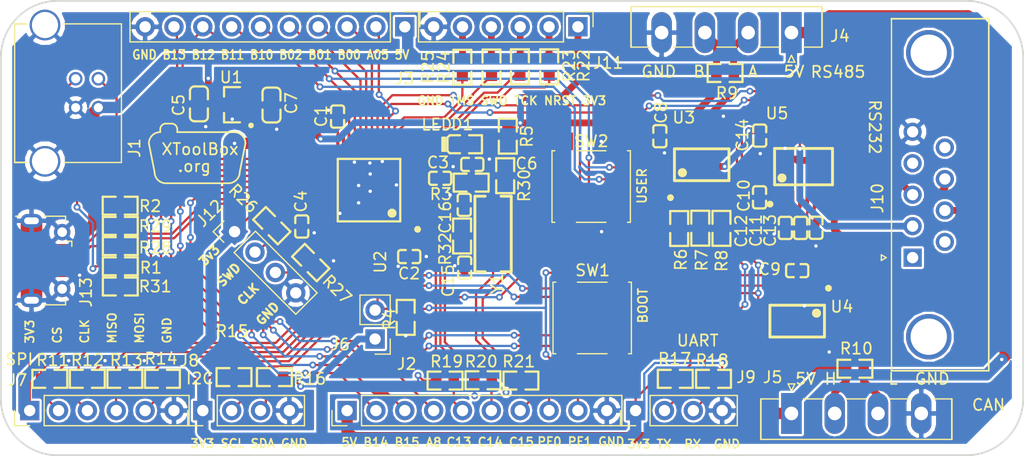
<source format=kicad_pcb>
(kicad_pcb (version 20171130) (host pcbnew "(5.0.0)")
  (layers (0 F.Cu signal hide) (31 B.Cu signal hide) (34 B.Paste user) (35 F.Paste user) (36 B.SilkS user) (37 F.SilkS user) (38 B.Mask user) (39 F.Mask user) (44 Edge.Cuts user))
  (net 0 "")
  (net 1 GND)
  (net 2 +3V3)
  (net 3 +5V)
  (net 4 "Net-(C10-Pad2)")
  (net 5 "Net-(C10-Pad1)")
  (net 6 "Net-(C11-Pad1)")
  (net 7 "Net-(C11-Pad2)")
  (net 8 "Net-(C12-Pad1)")
  (net 9 /LED)
  (net 10 "Net-(J1-Pad2)")
  (net 11 "Net-(J1-Pad3)")
  (net 12 /PC15)
  (net 13 /PC14)
  (net 14 /PC13)
  (net 15 /DTR)
  (net 16 /PF1)
  (net 17 /PF0)
  (net 18 /PB0)
  (net 19 /PB1)
  (net 20 /485_TX)
  (net 21 /485_RX)
  (net 22 /485_DE)
  (net 23 /PB13)
  (net 24 /PB14)
  (net 25 /PB15)
  (net 26 /BOOT0)
  (net 27 /SPI_CS)
  (net 28 /SPI_SCK)
  (net 29 /SPI_MISO)
  (net 30 /SPI_MOSI)
  (net 31 /I2C_SDA)
  (net 32 /I2C_SCL)
  (net 33 /TX)
  (net 34 /RX)
  (net 35 /D_DCD)
  (net 36 /D_RD)
  (net 37 /D_TD)
  (net 38 /D_DTR)
  (net 39 /D_DSR)
  (net 40 /D_RTS)
  (net 41 /D_CTS)
  (net 42 /D_RI)
  (net 43 "Net-(J11-Pad5)")
  (net 44 "Net-(J11-Pad4)")
  (net 45 "Net-(J11-Pad3)")
  (net 46 "Net-(J11-Pad2)")
  (net 47 /SWDIO)
  (net 48 /SWCLK)
  (net 49 "Net-(J13-Pad2)")
  (net 50 "Net-(J13-Pad4)")
  (net 51 "Net-(J13-Pad3)")
  (net 52 /USB_D+)
  (net 53 /USB_D-)
  (net 54 /NRST)
  (net 55 /SWD_NRST)
  (net 56 /SWD_TCK)
  (net 57 /SWD_SWO)
  (net 58 /SWD_TMS)
  (net 59 /RTS)
  (net 60 /CTS)
  (net 61 /CAN_RX)
  (net 62 /CAN_TX)
  (net 63 "Net-(U4-Pad5)")
  (net 64 /PB2)
  (net 65 /485A)
  (net 66 /485B)
  (net 67 /CANL)
  (net 68 /CANH)
  (net 69 /DAC)
  (net 70 "Net-(C13-Pad1)")
  (net 71 "Net-(D1-PadA)")
  (net 72 "Net-(R6-Pad2)")
  (net 73 "Net-(R7-Pad2)")
  (net 74 "Net-(R8-Pad2)")
  (module Button_Switch_SMD:SW_SPST_B3S-1000 (layer F.Cu) (at 51.9684 16.3449 270)
    (fp_text reference SW2 (at -3.9878 0) (layer F.SilkS))
    (fp_text value SW_Push)
    (pad 2 smd rect (at 3.975 2.25 270) (size 1.55 1.3) (layers F.Cu F.Paste F.Mask) (net 12 /PC15))
    (pad 2 smd rect (at -3.975 2.25 270) (size 1.55 1.3) (layers F.Cu F.Paste F.Mask) (net 12 /PC15))
    (pad 1 smd rect (at 3.975 -2.25 270) (size 1.55 1.3) (layers F.Cu F.Paste F.Mask) (net 1 GND))
    (pad 1 smd rect (at -3.975 -2.25 270) (size 1.55 1.3) (layers F.Cu F.Paste F.Mask) (net 1 GND))
  )
  (module lc_lib:xtoolbox_log (layer F.Cu) (at 13.0302 11.557)
    (fp_text reference REF** hide)
    (fp_text value xtoolbox_log)
    (fp_text user .org (at 4 3) (layer F.SilkS))
    (fp_text user XToolBox (at 4.5 1.5) (layer F.SilkS))
  )
  (module Connector_Dsub:DSUB-9_Male_Horizontal_Pitch2.77x2.84mm_EdgePinOffset7.70mm_Housed_MountingHolesOffset9.12mm (layer F.Cu) (at 80.264 22.606 90)
    (fp_text reference J10 (at 5.2324 -3.0988 90) (layer F.SilkS))
    (fp_text value DB9_Female)
    (pad 0 thru_hole circle (at 18.04 1.42 90) (size 4 4) (drill 3.2) (layers *.Cu *.Mask))
    (pad 0 thru_hole circle (at -6.96 1.42 90) (size 4 4) (drill 3.2) (layers *.Cu *.Mask))
    (pad 9 thru_hole circle (at 9.695 2.84 90) (size 1.6 1.6) (drill 1) (layers *.Cu *.Mask) (net 42 /D_RI))
    (pad 8 thru_hole circle (at 6.925 2.84 90) (size 1.6 1.6) (drill 1) (layers *.Cu *.Mask) (net 41 /D_CTS))
    (pad 7 thru_hole circle (at 4.155 2.84 90) (size 1.6 1.6) (drill 1) (layers *.Cu *.Mask) (net 40 /D_RTS))
    (pad 6 thru_hole circle (at 1.385 2.84 90) (size 1.6 1.6) (drill 1) (layers *.Cu *.Mask) (net 39 /D_DSR))
    (pad 5 thru_hole circle (at 11.08 0 90) (size 1.6 1.6) (drill 1) (layers *.Cu *.Mask) (net 1 GND))
    (pad 4 thru_hole circle (at 8.31 0 90) (size 1.6 1.6) (drill 1) (layers *.Cu *.Mask) (net 38 /D_DTR))
    (pad 3 thru_hole circle (at 5.54 0 90) (size 1.6 1.6) (drill 1) (layers *.Cu *.Mask) (net 37 /D_TD))
    (pad 2 thru_hole circle (at 2.77 0 90) (size 1.6 1.6) (drill 1) (layers *.Cu *.Mask) (net 36 /D_RD))
    (pad 1 thru_hole rect (at 0 0 90) (size 1.6 1.6) (drill 1) (layers *.Cu *.Mask) (net 35 /D_DCD))
  )
  (module Button_Switch_SMD:SW_SPST_B3S-1000 (layer F.Cu) (at 52.0573 27.9146 270)
    (fp_text reference SW1 (at -4.191 -0.0381) (layer F.SilkS))
    (fp_text value SW_Push)
    (pad 2 smd rect (at 3.975 2.25 270) (size 1.55 1.3) (layers F.Cu F.Paste F.Mask) (net 26 /BOOT0))
    (pad 2 smd rect (at -3.975 2.25 270) (size 1.55 1.3) (layers F.Cu F.Paste F.Mask) (net 26 /BOOT0))
    (pad 1 smd rect (at 3.975 -2.25 270) (size 1.55 1.3) (layers F.Cu F.Paste F.Mask) (net 2 +3V3))
    (pad 1 smd rect (at -3.975 -2.25 270) (size 1.55 1.3) (layers F.Cu F.Paste F.Mask) (net 2 +3V3))
  )
  (module Connector_USB:USB_Micro-B_Molex-105017-0001 (layer F.Cu) (at 3.048 22.86 270)
    (fp_text reference J13 (at 2.794 -4.445 270) (layer F.SilkS))
    (fp_text value USB_B_Micro)
    (pad 6 smd rect (at 1 0.35 270) (size 1.5 1.9) (layers F.Cu F.Paste F.Mask) (net 1 GND))
    (pad 6 thru_hole circle (at -2.5 -2.35 270) (size 1.45 1.45) (drill 0.85) (layers *.Cu *.Mask) (net 1 GND))
    (pad 2 smd rect (at -0.65 -2.35 270) (size 0.3 1.35) (layers F.Cu F.Paste F.Mask) (net 49 "Net-(J13-Pad2)"))
    (pad 1 smd rect (at -1.3 -2.35 270) (size 0.3 1.35) (layers F.Cu F.Paste F.Mask) (net 3 +5V))
    (pad 5 smd rect (at 1.3 -2.35 270) (size 0.3 1.35) (layers F.Cu F.Paste F.Mask) (net 1 GND))
    (pad 4 smd rect (at 0.65 -2.35 270) (size 0.3 1.35) (layers F.Cu F.Paste F.Mask) (net 50 "Net-(J13-Pad4)"))
    (pad 3 smd rect (at 0 -2.35 270) (size 0.3 1.35) (layers F.Cu F.Paste F.Mask) (net 51 "Net-(J13-Pad3)"))
    (pad 6 thru_hole circle (at 2.5 -2.35 270) (size 1.45 1.45) (drill 0.85) (layers *.Cu *.Mask) (net 1 GND))
    (pad 6 smd rect (at -1 0.35 270) (size 1.5 1.9) (layers F.Cu F.Paste F.Mask) (net 1 GND))
    (pad 6 thru_hole oval (at -3.5 0.35 90) (size 1.2 1.9) (drill oval 0.6 1.3) (layers *.Cu *.Mask) (net 1 GND))
    (pad 6 thru_hole oval (at 3.5 0.35 270) (size 1.2 1.9) (drill oval 0.6 1.3) (layers *.Cu *.Mask) (net 1 GND))
    (pad 6 smd rect (at 2.9 0.35 270) (size 1.2 1.9) (layers F.Cu F.Mask) (net 1 GND))
    (pad 6 smd rect (at -2.9 0.35 270) (size 1.2 1.9) (layers F.Cu F.Mask) (net 1 GND))
  )
  (module lc_lib:SOT-23-3L (layer F.Cu) (at 20.5486 9.144)
    (fp_text reference U1 (at -0.2794 -2.413) (layer F.SilkS))
    (fp_text value SOT-23_XC6206P332MR)
    (pad 1 smd rect (at 1.475 0.95 270) (size 0.65 1.15) (layers F.Cu F.Paste F.Mask) (net 1 GND))
    (pad 2 smd rect (at 1.475 -0.95 270) (size 0.65 1.15) (layers F.Cu F.Paste F.Mask) (net 2 +3V3))
    (pad 3 smd rect (at -1.475 0 270) (size 0.65 1.15) (layers F.Cu F.Paste F.Mask) (net 3 +5V))
  )
  (module lc_lib:0603_C (layer F.Cu) (at 17.4371 9.0678 270)
    (fp_text reference C5 (at 0.1143 1.7907 270) (layer F.SilkS))
    (fp_text value 0603_10uF__106_10%_10V)
    (pad 1 smd rect (at -0.77 0 270) (size 0.93 0.98) (layers F.Cu F.Paste F.Mask) (net 3 +5V))
    (pad 2 smd rect (at 0.77 0 270) (size 0.93 0.98) (layers F.Cu F.Paste F.Mask) (net 1 GND))
  )
  (module Pin_Headers:Pin_Header_Straight_1x04_Pitch2.54mm (layer F.Cu) (at 17.78 36.068 90)
    (fp_text reference J8 (at 4.3942 -1.1938 180) (layer F.SilkS))
    (fp_text value Conn_01x04)
    (pad 4 thru_hole oval (at 0 7.62 90) (size 1.7 1.7) (drill 1) (layers *.Cu *.Mask) (net 1 GND))
    (pad 3 thru_hole oval (at 0 5.08 90) (size 1.7 1.7) (drill 1) (layers *.Cu *.Mask) (net 31 /I2C_SDA))
    (pad 2 thru_hole oval (at 0 2.54 90) (size 1.7 1.7) (drill 1) (layers *.Cu *.Mask) (net 32 /I2C_SCL))
    (pad 1 thru_hole rect (at 0 0 90) (size 1.7 1.7) (drill 1) (layers *.Cu *.Mask) (net 2 +3V3))
  )
  (module Pin_Headers:Pin_Header_Straight_1x10_Pitch2.54mm (layer F.Cu) (at 35.56 2.286 270)
    (fp_text reference J3 (at 4.5466 0.0254) (layer F.SilkS))
    (fp_text value Conn_01x10)
    (pad 1 thru_hole rect (at 0 0 270) (size 1.7 1.7) (drill 1) (layers *.Cu *.Mask) (net 3 +5V))
    (pad 2 thru_hole oval (at 0 2.54 270) (size 1.7 1.7) (drill 1) (layers *.Cu *.Mask) (net 69 /DAC))
    (pad 3 thru_hole oval (at 0 5.08 270) (size 1.7 1.7) (drill 1) (layers *.Cu *.Mask) (net 18 /PB0))
    (pad 4 thru_hole oval (at 0 7.62 270) (size 1.7 1.7) (drill 1) (layers *.Cu *.Mask) (net 19 /PB1))
    (pad 5 thru_hole oval (at 0 10.16 270) (size 1.7 1.7) (drill 1) (layers *.Cu *.Mask) (net 64 /PB2))
    (pad 6 thru_hole oval (at 0 12.7 270) (size 1.7 1.7) (drill 1) (layers *.Cu *.Mask) (net 20 /485_TX))
    (pad 7 thru_hole oval (at 0 15.24 270) (size 1.7 1.7) (drill 1) (layers *.Cu *.Mask) (net 21 /485_RX))
    (pad 8 thru_hole oval (at 0 17.78 270) (size 1.7 1.7) (drill 1) (layers *.Cu *.Mask) (net 22 /485_DE))
    (pad 9 thru_hole oval (at 0 20.32 270) (size 1.7 1.7) (drill 1) (layers *.Cu *.Mask) (net 23 /PB13))
    (pad 10 thru_hole oval (at 0 22.86 270) (size 1.7 1.7) (drill 1) (layers *.Cu *.Mask) (net 1 GND))
  )
  (module wise_lib:USB_B (layer F.Cu) (at 8.5852 9.398 180)
    (fp_text reference J1 (at -3.175 -3.556 270) (layer F.SilkS))
    (fp_text value USB_B)
    (pad 2 thru_hole circle (at 0 2.54 90) (size 1.2 1.2) (drill 0.8) (layers *.Cu *.Mask) (net 10 "Net-(J1-Pad2)"))
    (pad 1 thru_hole circle (at 0 0 90) (size 1.2 1.2) (drill 0.8) (layers *.Cu *.Mask) (net 3 +5V))
    (pad 4 thru_hole circle (at 2 0 90) (size 1.2 1.2) (drill 0.8) (layers *.Cu *.Mask) (net 1 GND))
    (pad 3 thru_hole circle (at 2 2.54 90) (size 1.2 1.2) (drill 0.8) (layers *.Cu *.Mask) (net 11 "Net-(J1-Pad3)"))
    (pad 5 thru_hole circle (at 4.7 7.27 90) (size 2.7 2.7) (drill 2.3) (layers *.Cu *.Mask) (net 1 GND))
    (pad 5 thru_hole circle (at 4.7 -4.73 90) (size 2.7 2.7) (drill 2.3) (layers *.Cu *.Mask) (net 1 GND))
  )
  (module Pin_Headers:Pin_Header_Straight_1x10_Pitch2.54mm (layer F.Cu) (at 30.48 36.068 90)
    (fp_text reference J2 (at 4.1021 5.2451 180) (layer F.SilkS))
    (fp_text value Conn_01x10)
    (pad 10 thru_hole oval (at 0 22.86 90) (size 1.7 1.7) (drill 1) (layers *.Cu *.Mask) (net 1 GND))
    (pad 9 thru_hole oval (at 0 20.32 90) (size 1.7 1.7) (drill 1) (layers *.Cu *.Mask) (net 16 /PF1))
    (pad 8 thru_hole oval (at 0 17.78 90) (size 1.7 1.7) (drill 1) (layers *.Cu *.Mask) (net 17 /PF0))
    (pad 7 thru_hole oval (at 0 15.24 90) (size 1.7 1.7) (drill 1) (layers *.Cu *.Mask) (net 12 /PC15))
    (pad 6 thru_hole oval (at 0 12.7 90) (size 1.7 1.7) (drill 1) (layers *.Cu *.Mask) (net 13 /PC14))
    (pad 5 thru_hole oval (at 0 10.16 90) (size 1.7 1.7) (drill 1) (layers *.Cu *.Mask) (net 14 /PC13))
    (pad 4 thru_hole oval (at 0 7.62 90) (size 1.7 1.7) (drill 1) (layers *.Cu *.Mask) (net 15 /DTR))
    (pad 3 thru_hole oval (at 0 5.08 90) (size 1.7 1.7) (drill 1) (layers *.Cu *.Mask) (net 25 /PB15))
    (pad 2 thru_hole oval (at 0 2.54 90) (size 1.7 1.7) (drill 1) (layers *.Cu *.Mask) (net 24 /PB14))
    (pad 1 thru_hole rect (at 0 0 90) (size 1.7 1.7) (drill 1) (layers *.Cu *.Mask) (net 3 +5V))
  )
  (module wise_lib:PhoenixContact_MC-G_04x3.81mm_Angled (layer F.Cu) (at 69.596 2.794 180)
    (fp_text reference J4 (at -4.2672 -0.3048 180) (layer F.SilkS))
    (fp_text value Conn_01x04_3.81)
    (pad 1 thru_hole rect (at 0 0 180) (size 1.8 3.6) (drill 1.2) (layers *.Cu *.Mask) (net 3 +5V))
    (pad 2 thru_hole oval (at 3.81 0 180) (size 1.8 3.6) (drill 1.2) (layers *.Cu *.Mask) (net 65 /485A))
    (pad 3 thru_hole oval (at 7.62 0 180) (size 1.8 3.6) (drill 1.2) (layers *.Cu *.Mask) (net 66 /485B))
    (pad 4 thru_hole oval (at 11.43 0 180) (size 1.8 3.6) (drill 1.2) (layers *.Cu *.Mask) (net 1 GND))
  )
  (module wise_lib:PhoenixContact_MC-G_04x3.81mm_Angled (layer F.Cu) (at 69.596 36.322)
    (fp_text reference J5 (at -1.651 -3.1877) (layer F.SilkS))
    (fp_text value Conn_01x04_3.81)
    (pad 4 thru_hole oval (at 11.43 0) (size 1.8 3.6) (drill 1.2) (layers *.Cu *.Mask) (net 1 GND))
    (pad 3 thru_hole oval (at 7.62 0) (size 1.8 3.6) (drill 1.2) (layers *.Cu *.Mask) (net 67 /CANL))
    (pad 2 thru_hole oval (at 3.81 0) (size 1.8 3.6) (drill 1.2) (layers *.Cu *.Mask) (net 68 /CANH))
    (pad 1 thru_hole rect (at 0 0) (size 1.8 3.6) (drill 1.2) (layers *.Cu *.Mask) (net 3 +5V))
  )
  (module Pin_Headers:Pin_Header_Straight_1x02_Pitch2.54mm (layer F.Cu) (at 32.9438 29.7688 180)
    (fp_text reference J6 (at 3.0734 -0.4826 180) (layer F.SilkS))
    (fp_text value Conn_01x02)
    (pad 1 thru_hole rect (at 0 0 180) (size 1.7 1.7) (drill 1) (layers *.Cu *.Mask) (net 2 +3V3))
    (pad 2 thru_hole oval (at 0 2.54 180) (size 1.7 1.7) (drill 1) (layers *.Cu *.Mask) (net 26 /BOOT0))
  )
  (module Pin_Headers:Pin_Header_Straight_1x06_Pitch2.54mm (layer F.Cu) (at 2.54 36.068 90)
    (fp_text reference J7 (at 2.6797 -1.0795 180) (layer F.SilkS))
    (fp_text value Conn_01x06)
    (pad 1 thru_hole rect (at 0 0 90) (size 1.7 1.7) (drill 1) (layers *.Cu *.Mask) (net 2 +3V3))
    (pad 2 thru_hole oval (at 0 2.54 90) (size 1.7 1.7) (drill 1) (layers *.Cu *.Mask) (net 27 /SPI_CS))
    (pad 3 thru_hole oval (at 0 5.08 90) (size 1.7 1.7) (drill 1) (layers *.Cu *.Mask) (net 28 /SPI_SCK))
    (pad 4 thru_hole oval (at 0 7.62 90) (size 1.7 1.7) (drill 1) (layers *.Cu *.Mask) (net 29 /SPI_MISO))
    (pad 5 thru_hole oval (at 0 10.16 90) (size 1.7 1.7) (drill 1) (layers *.Cu *.Mask) (net 30 /SPI_MOSI))
    (pad 6 thru_hole oval (at 0 12.7 90) (size 1.7 1.7) (drill 1) (layers *.Cu *.Mask) (net 1 GND))
  )
  (module Pin_Headers:Pin_Header_Straight_1x04_Pitch2.54mm (layer F.Cu) (at 55.88 36.068 90)
    (fp_text reference J9 (at 2.9464 9.7282 180) (layer F.SilkS))
    (fp_text value Conn_01x04)
    (pad 1 thru_hole rect (at 0 0 90) (size 1.7 1.7) (drill 1) (layers *.Cu *.Mask) (net 2 +3V3))
    (pad 2 thru_hole oval (at 0 2.54 90) (size 1.7 1.7) (drill 1) (layers *.Cu *.Mask) (net 33 /TX))
    (pad 3 thru_hole oval (at 0 5.08 90) (size 1.7 1.7) (drill 1) (layers *.Cu *.Mask) (net 34 /RX))
    (pad 4 thru_hole oval (at 0 7.62 90) (size 1.7 1.7) (drill 1) (layers *.Cu *.Mask) (net 1 GND))
  )
  (module Pin_Headers:Pin_Header_Straight_1x06_Pitch2.54mm (layer F.Cu) (at 50.8 2.286 270)
    (fp_text reference J11 (at 3.175 -2.667) (layer F.SilkS))
    (fp_text value Conn_01x06)
    (pad 6 thru_hole oval (at 0 12.7 270) (size 1.7 1.7) (drill 1) (layers *.Cu *.Mask) (net 1 GND))
    (pad 5 thru_hole oval (at 0 10.16 270) (size 1.7 1.7) (drill 1) (layers *.Cu *.Mask) (net 43 "Net-(J11-Pad5)"))
    (pad 4 thru_hole oval (at 0 7.62 270) (size 1.7 1.7) (drill 1) (layers *.Cu *.Mask) (net 44 "Net-(J11-Pad4)"))
    (pad 3 thru_hole oval (at 0 5.08 270) (size 1.7 1.7) (drill 1) (layers *.Cu *.Mask) (net 45 "Net-(J11-Pad3)"))
    (pad 2 thru_hole oval (at 0 2.54 270) (size 1.7 1.7) (drill 1) (layers *.Cu *.Mask) (net 46 "Net-(J11-Pad2)"))
    (pad 1 thru_hole rect (at 0 0 270) (size 1.7 1.7) (drill 1) (layers *.Cu *.Mask) (net 2 +3V3))
  )
  (module Pin_Headers:Pin_Header_Straight_1x04_Pitch2.54mm (layer F.Cu) (at 20.574 20.32 45)
    (fp_text reference J12 (at -0.395131 -2.694077 45) (layer F.SilkS))
    (fp_text value Conn_01x04)
    (pad 1 thru_hole rect (at 0 0 45) (size 1.7 1.7) (drill 1) (layers *.Cu *.Mask) (net 2 +3V3))
    (pad 2 thru_hole oval (at 0 2.54 45) (size 1.7 1.7) (drill 1) (layers *.Cu *.Mask) (net 47 /SWDIO))
    (pad 3 thru_hole oval (at 0 5.079999 45) (size 1.7 1.7) (drill 1) (layers *.Cu *.Mask) (net 48 /SWCLK))
    (pad 4 thru_hole oval (at 0 7.62 45) (size 1.7 1.7) (drill 1) (layers *.Cu *.Mask) (net 1 GND))
  )
  (module lc_lib:0402_C (layer F.Cu) (at 29.6418 10.1854 90)
    (fp_text reference C1 (at 0.0381 -1.4478 90) (layer F.SilkS))
    (fp_text value 0402_100nF__104_10%_16V)
    (pad 1 smd rect (at -0.425 0 90) (size 0.6 0.65) (layers F.Cu F.Paste F.Mask) (net 2 +3V3))
    (pad 2 smd rect (at 0.425 0 90) (size 0.6 0.65) (layers F.Cu F.Paste F.Mask) (net 1 GND))
  )
  (module lc_lib:0402_C (layer F.Cu) (at 35.95116 22.50948)
    (fp_text reference C2 (at -0.01016 1.49352) (layer F.SilkS))
    (fp_text value 0402_100nF__104_10%_16V)
    (pad 2 smd rect (at 0.425 0) (size 0.6 0.65) (layers F.Cu F.Paste F.Mask) (net 1 GND))
    (pad 1 smd rect (at -0.425 0) (size 0.6 0.65) (layers F.Cu F.Paste F.Mask) (net 2 +3V3))
  )
  (module lc_lib:0402_C (layer F.Cu) (at 38.6715 15.621)
    (fp_text reference C3 (at -0.1905 -1.397) (layer F.SilkS))
    (fp_text value 0402_100nF__104_10%_16V)
    (pad 1 smd rect (at -0.425 0) (size 0.6 0.65) (layers F.Cu F.Paste F.Mask) (net 2 +3V3))
    (pad 2 smd rect (at 0.425 0) (size 0.6 0.65) (layers F.Cu F.Paste F.Mask) (net 1 GND))
  )
  (module lc_lib:0402_C (layer F.Cu) (at 26.4922 19.8628 270)
    (fp_text reference C4 (at -2.2098 0.0762 270) (layer F.SilkS))
    (fp_text value 0402_100nF__104_10%_16V)
    (pad 1 smd rect (at -0.425 0 270) (size 0.6 0.65) (layers F.Cu F.Paste F.Mask) (net 2 +3V3))
    (pad 2 smd rect (at 0.425 0 270) (size 0.6 0.65) (layers F.Cu F.Paste F.Mask) (net 1 GND))
  )
  (module lc_lib:0402_C (layer F.Cu) (at 41.5036 14.4018)
    (fp_text reference C6 (at 4.7752 -0.0762) (layer F.SilkS))
    (fp_text value 0402_100nF__104_10%_16V)
    (pad 2 smd rect (at 0.425 0) (size 0.6 0.65) (layers F.Cu F.Paste F.Mask) (net 1 GND))
    (pad 1 smd rect (at -0.425 0) (size 0.6 0.65) (layers F.Cu F.Paste F.Mask) (net 54 /NRST))
  )
  (module lc_lib:0603_C (layer F.Cu) (at 23.8252 9.1694 270)
    (fp_text reference C7 (at -0.1651 -1.7399 270) (layer F.SilkS))
    (fp_text value 0603_10uF__106_10%_10V)
    (pad 2 smd rect (at 0.77 0 270) (size 0.93 0.98) (layers F.Cu F.Paste F.Mask) (net 1 GND))
    (pad 1 smd rect (at -0.77 0 270) (size 0.93 0.98) (layers F.Cu F.Paste F.Mask) (net 2 +3V3))
  )
  (module lc_lib:0402_C (layer F.Cu) (at 58.0136 11.9126 270)
    (fp_text reference C8 (at -2.0701 -0.1016 270) (layer F.SilkS))
    (fp_text value 0402_100nF__104_10%_16V)
    (pad 1 smd rect (at -0.425 0 270) (size 0.6 0.65) (layers F.Cu F.Paste F.Mask) (net 2 +3V3))
    (pad 2 smd rect (at 0.425 0 270) (size 0.6 0.65) (layers F.Cu F.Paste F.Mask) (net 1 GND))
  )
  (module lc_lib:0402_C (layer F.Cu) (at 70.104 23.749)
    (fp_text reference C9 (at -2.413 -0.127) (layer F.SilkS))
    (fp_text value 0402_100nF__104_10%_16V)
    (pad 2 smd rect (at 0.425 0) (size 0.6 0.65) (layers F.Cu F.Paste F.Mask) (net 1 GND))
    (pad 1 smd rect (at -0.425 0) (size 0.6 0.65) (layers F.Cu F.Paste F.Mask) (net 3 +5V))
  )
  (module lc_lib:0402_C (layer F.Cu) (at 66.7893 17.2974 90)
    (fp_text reference C10 (at 0.1524 -1.3843 90) (layer F.SilkS))
    (fp_text value 0402_100nF__104_10%_16V)
    (pad 1 smd rect (at -0.425 0 90) (size 0.6 0.65) (layers F.Cu F.Paste F.Mask) (net 5 "Net-(C10-Pad1)"))
    (pad 2 smd rect (at 0.425 0 90) (size 0.6 0.65) (layers F.Cu F.Paste F.Mask) (net 4 "Net-(C10-Pad2)"))
  )
  (module lc_lib:0402_C (layer F.Cu) (at 70.4088 19.9898 90)
    (fp_text reference C11 (at -0.2286 -3.937 90) (layer F.SilkS))
    (fp_text value 0402_100nF__104_10%_16V)
    (pad 2 smd rect (at 0.425 0 90) (size 0.6 0.65) (layers F.Cu F.Paste F.Mask) (net 7 "Net-(C11-Pad2)"))
    (pad 1 smd rect (at -0.425 0 90) (size 0.6 0.65) (layers F.Cu F.Paste F.Mask) (net 6 "Net-(C11-Pad1)"))
  )
  (module lc_lib:0402_C (layer F.Cu) (at 69.0626 19.9898 270)
    (fp_text reference C12 (at 0.2794 3.8862 270) (layer F.SilkS))
    (fp_text value 0402_100nF__104_10%_16V)
    (pad 1 smd rect (at -0.425 0 270) (size 0.6 0.65) (layers F.Cu F.Paste F.Mask) (net 8 "Net-(C12-Pad1)"))
    (pad 2 smd rect (at 0.425 0 270) (size 0.6 0.65) (layers F.Cu F.Paste F.Mask) (net 1 GND))
  )
  (module lc_lib:0402_C (layer F.Cu) (at 71.755 19.9771 270)
    (fp_text reference C13 (at 0.2413 4.0386 270) (layer F.SilkS))
    (fp_text value 0402_100nF__104_10%_16V)
    (pad 2 smd rect (at 0.425 0 270) (size 0.6 0.65) (layers F.Cu F.Paste F.Mask) (net 1 GND))
    (pad 1 smd rect (at -0.425 0 270) (size 0.6 0.65) (layers F.Cu F.Paste F.Mask) (net 70 "Net-(C13-Pad1)"))
  )
  (module lc_lib:0402_C (layer F.Cu) (at 66.802 11.8618 270)
    (fp_text reference C14 (at -0.0508 1.524 270) (layer F.SilkS))
    (fp_text value 0402_100nF__104_10%_16V)
    (pad 2 smd rect (at 0.425 0 270) (size 0.6 0.65) (layers F.Cu F.Paste F.Mask) (net 1 GND))
    (pad 1 smd rect (at -0.425 0 270) (size 0.6 0.65) (layers F.Cu F.Paste F.Mask) (net 2 +3V3))
  )
  (module lc_lib:0402_C (layer F.Cu) (at 40.8305 23.4764 270)
    (fp_text reference C15 (at 1.1616 1.4605 270) (layer F.SilkS))
    (fp_text value 0402_20pF__200_5%_50V)
    (pad 1 smd rect (at -0.425 0 270) (size 0.6 0.65) (layers F.Cu F.Paste F.Mask) (net 17 /PF0))
    (pad 2 smd rect (at 0.425 0 270) (size 0.6 0.65) (layers F.Cu F.Paste F.Mask) (net 1 GND))
  )
  (module lc_lib:0402_C (layer F.Cu) (at 40.7924 17.9578 90)
    (fp_text reference C16 (at -1.0922 -1.6764 90) (layer F.SilkS))
    (fp_text value 0402_20pF__200_5%_50V)
    (pad 2 smd rect (at 0.425 0 90) (size 0.6 0.65) (layers F.Cu F.Paste F.Mask) (net 1 GND))
    (pad 1 smd rect (at -0.425 0 90) (size 0.6 0.65) (layers F.Cu F.Paste F.Mask) (net 16 /PF1))
  )
  (module lc_lib:0603_LED_S1 (layer F.Cu) (at 40.8178 12.6238)
    (fp_text reference D1 (at -0.2032 -1.7526) (layer F.SilkS))
    (fp_text value 0603_蓝灯)
    (pad A smd rect (at 0.77 0 180) (size 0.93 0.98) (layers F.Cu F.Paste F.Mask) (net 71 "Net-(D1-PadA)"))
    (pad K smd rect (at -0.77 0 180) (size 0.93 0.98) (layers F.Cu F.Paste F.Mask) (net 9 /LED))
  )
  (module lc_lib:0603_R (layer F.Cu) (at 10.5156 23.368)
    (fp_text reference R1 (at 2.6924 0.127) (layer F.SilkS))
    (fp_text value 0603_22Ω__22R0_1%)
    (pad 2 smd rect (at 0.77 0) (size 0.93 0.98) (layers F.Cu F.Paste F.Mask) (net 52 /USB_D+))
    (pad 1 smd rect (at -0.77 0) (size 0.93 0.98) (layers F.Cu F.Paste F.Mask) (net 11 "Net-(J1-Pad3)"))
  )
  (module lc_lib:0603_R (layer F.Cu) (at 10.5029 18.034)
    (fp_text reference R2 (at 2.6416 0.0381) (layer F.SilkS))
    (fp_text value 0603_22Ω__22R0_1%)
    (pad 1 smd rect (at -0.77 0) (size 0.93 0.98) (layers F.Cu F.Paste F.Mask) (net 10 "Net-(J1-Pad2)"))
    (pad 2 smd rect (at 0.77 0) (size 0.93 0.98) (layers F.Cu F.Paste F.Mask) (net 53 /USB_D-))
  )
  (module lc_lib:0603_R (layer F.Cu) (at 41.402 16.002 180)
    (fp_text reference R3 (at 2.667 -1.016 180) (layer F.SilkS))
    (fp_text value 0603_10KΩ__1002_1%)
    (pad 2 smd rect (at 0.77 0 180) (size 0.93 0.98) (layers F.Cu F.Paste F.Mask) (net 54 /NRST))
    (pad 1 smd rect (at -0.77 0 180) (size 0.93 0.98) (layers F.Cu F.Paste F.Mask) (net 2 +3V3))
  )
  (module lc_lib:0603_R (layer F.Cu) (at 35.6362 27.8638 90)
    (fp_text reference R4 (at -0.158619 -1.439276 90) (layer F.SilkS))
    (fp_text value 0603_10KΩ__1002_1%)
    (pad 1 smd rect (at -0.77 0 90) (size 0.93 0.98) (layers F.Cu F.Paste F.Mask) (net 1 GND))
    (pad 2 smd rect (at 0.77 0 90) (size 0.93 0.98) (layers F.Cu F.Paste F.Mask) (net 26 /BOOT0))
  )
  (module lc_lib:0603_R (layer F.Cu) (at 44.6278 11.9126 90)
    (fp_text reference R5 (at -0.0254 1.6764 90) (layer F.SilkS))
    (fp_text value 0603_1KΩ__1001_1%)
    (pad 1 smd rect (at -0.77 0 90) (size 0.93 0.98) (layers F.Cu F.Paste F.Mask) (net 71 "Net-(D1-PadA)"))
    (pad 2 smd rect (at 0.77 0 90) (size 0.93 0.98) (layers F.Cu F.Paste F.Mask) (net 2 +3V3))
  )
  (module lc_lib:0603_R (layer F.Cu) (at 59.7154 20.0406 90)
    (fp_text reference R6 (at -2.7432 0.1524 90) (layer F.SilkS))
    (fp_text value 0603_100Ω__1000_1%)
    (pad 2 smd rect (at 0.77 0 90) (size 0.93 0.98) (layers F.Cu F.Paste F.Mask) (net 72 "Net-(R6-Pad2)"))
    (pad 1 smd rect (at -0.77 0 90) (size 0.93 0.98) (layers F.Cu F.Paste F.Mask) (net 21 /485_RX))
  )
  (module lc_lib:0603_R (layer F.Cu) (at 61.5696 20.0152 90)
    (fp_text reference R7 (at -2.8194 0.127 90) (layer F.SilkS))
    (fp_text value 0603_100Ω__1000_1%)
    (pad 1 smd rect (at -0.77 0 90) (size 0.93 0.98) (layers F.Cu F.Paste F.Mask) (net 22 /485_DE))
    (pad 2 smd rect (at 0.77 0 90) (size 0.93 0.98) (layers F.Cu F.Paste F.Mask) (net 73 "Net-(R7-Pad2)"))
  )
  (module lc_lib:0603_R (layer F.Cu) (at 63.4365 20.0279 90)
    (fp_text reference R8 (at -2.8575 0.0127 90) (layer F.SilkS))
    (fp_text value 0603_100Ω__1000_1%)
    (pad 2 smd rect (at 0.77 0 90) (size 0.93 0.98) (layers F.Cu F.Paste F.Mask) (net 74 "Net-(R8-Pad2)"))
    (pad 1 smd rect (at -0.77 0 90) (size 0.93 0.98) (layers F.Cu F.Paste F.Mask) (net 20 /485_TX))
  )
  (module lc_lib:0603_R (layer F.Cu) (at 63.754 6.35 180)
    (fp_text reference R9 (at -0.158619 -1.778 180) (layer F.SilkS))
    (fp_text value 0603_120Ω__1200_1%)
    (pad 1 smd rect (at -0.77 0 180) (size 0.93 0.98) (layers F.Cu F.Paste F.Mask) (net 65 /485A))
    (pad 2 smd rect (at 0.77 0 180) (size 0.93 0.98) (layers F.Cu F.Paste F.Mask) (net 66 /485B))
  )
  (module lc_lib:0603_R (layer F.Cu) (at 75.184 32.385)
    (fp_text reference R10 (at 0.127 -1.778) (layer F.SilkS))
    (fp_text value 0603_120Ω__1200_1%)
    (pad 1 smd rect (at -0.77 0) (size 0.93 0.98) (layers F.Cu F.Paste F.Mask) (net 68 /CANH))
    (pad 2 smd rect (at 0.77 0) (size 0.93 0.98) (layers F.Cu F.Paste F.Mask) (net 67 /CANL))
  )
  (module lc_lib:0603_R (layer F.Cu) (at 4.31 33.274 180)
    (fp_text reference R11 (at -0.262 1.651 180) (layer F.SilkS))
    (fp_text value 0603_10KΩ__1002_1%)
    (pad 2 smd rect (at 0.77 0 180) (size 0.93 0.98) (layers F.Cu F.Paste F.Mask) (net 27 /SPI_CS))
    (pad 1 smd rect (at -0.77 0 180) (size 0.93 0.98) (layers F.Cu F.Paste F.Mask) (net 2 +3V3))
  )
  (module lc_lib:0603_R (layer F.Cu) (at 7.612 33.274 180)
    (fp_text reference R12 (at -0.008 1.651 180) (layer F.SilkS))
    (fp_text value 0603_10KΩ__1002_1%)
    (pad 2 smd rect (at 0.77 0 180) (size 0.93 0.98) (layers F.Cu F.Paste F.Mask) (net 28 /SPI_SCK))
    (pad 1 smd rect (at -0.77 0 180) (size 0.93 0.98) (layers F.Cu F.Paste F.Mask) (net 2 +3V3))
  )
  (module lc_lib:0603_R (layer F.Cu) (at 10.914 33.274 180)
    (fp_text reference R13 (at -0.135 1.651 180) (layer F.SilkS))
    (fp_text value 0603_10KΩ__1002_1%)
    (pad 1 smd rect (at -0.77 0 180) (size 0.93 0.98) (layers F.Cu F.Paste F.Mask) (net 2 +3V3))
    (pad 2 smd rect (at 0.77 0 180) (size 0.93 0.98) (layers F.Cu F.Paste F.Mask) (net 29 /SPI_MISO))
  )
  (module lc_lib:0603_R (layer F.Cu) (at 14.224 33.274 180)
    (fp_text reference R14 (at 0.127 1.778 180) (layer F.SilkS))
    (fp_text value 0603_10KΩ__1002_1%)
    (pad 2 smd rect (at 0.77 0 180) (size 0.93 0.98) (layers F.Cu F.Paste F.Mask) (net 30 /SPI_MOSI))
    (pad 1 smd rect (at -0.77 0 180) (size 0.93 0.98) (layers F.Cu F.Paste F.Mask) (net 2 +3V3))
  )
  (module lc_lib:0603_R (layer F.Cu) (at 20.5232 33.1216)
    (fp_text reference R15 (at -0.158619 -4.0386) (layer F.SilkS))
    (fp_text value 0603_10KΩ__1002_1%)
    (pad 2 smd rect (at 0.77 0) (size 0.93 0.98) (layers F.Cu F.Paste F.Mask) (net 32 /I2C_SCL))
    (pad 1 smd rect (at -0.77 0) (size 0.93 0.98) (layers F.Cu F.Paste F.Mask) (net 2 +3V3))
  )
  (module lc_lib:0603_R (layer F.Cu) (at 24.0792 33.1216 180)
    (fp_text reference R16 (at -3.0988 -0.1524 180) (layer F.SilkS))
    (fp_text value 0603_10KΩ__1002_1%)
    (pad 2 smd rect (at 0.77 0 180) (size 0.93 0.98) (layers F.Cu F.Paste F.Mask) (net 31 /I2C_SDA))
    (pad 1 smd rect (at -0.77 0 180) (size 0.93 0.98) (layers F.Cu F.Paste F.Mask) (net 2 +3V3))
  )
  (module lc_lib:0603_R (layer F.Cu) (at 59.3725 33.274)
    (fp_text reference R17 (at -0.0635 -1.7526) (layer F.SilkS))
    (fp_text value 0603_10KΩ__1002_1%)
    (pad 1 smd rect (at -0.77 0) (size 0.93 0.98) (layers F.Cu F.Paste F.Mask) (net 2 +3V3))
    (pad 2 smd rect (at 0.77 0) (size 0.93 0.98) (layers F.Cu F.Paste F.Mask) (net 33 /TX))
  )
  (module lc_lib:0603_R (layer F.Cu) (at 62.738 33.274 180)
    (fp_text reference R18 (at 0.127 1.6256 180) (layer F.SilkS))
    (fp_text value 0603_10KΩ__1002_1%)
    (pad 2 smd rect (at 0.77 0 180) (size 0.93 0.98) (layers F.Cu F.Paste F.Mask) (net 34 /RX))
    (pad 1 smd rect (at -0.77 0 180) (size 0.93 0.98) (layers F.Cu F.Paste F.Mask) (net 2 +3V3))
  )
  (module lc_lib:0603_R (layer F.Cu) (at 39.1033 33.4264 180)
    (fp_text reference R19 (at -0.1397 1.6764 180) (layer F.SilkS))
    (fp_text value 0603_10KΩ__1002_1%)
    (pad 1 smd rect (at -0.77 0 180) (size 0.93 0.98) (layers F.Cu F.Paste F.Mask) (net 14 /PC13))
    (pad 2 smd rect (at 0.77 0 180) (size 0.93 0.98) (layers F.Cu F.Paste F.Mask) (net 2 +3V3))
  )
  (module lc_lib:0603_R (layer F.Cu) (at 42.4434 33.401 180)
    (fp_text reference R20 (at 0.1524 1.651 180) (layer F.SilkS))
    (fp_text value 0603_10KΩ__1002_1%)
    (pad 1 smd rect (at -0.77 0 180) (size 0.93 0.98) (layers F.Cu F.Paste F.Mask) (net 13 /PC14))
    (pad 2 smd rect (at 0.77 0 180) (size 0.93 0.98) (layers F.Cu F.Paste F.Mask) (net 2 +3V3))
  )
  (module lc_lib:0603_R (layer F.Cu) (at 45.7835 33.4264 180)
    (fp_text reference R21 (at 0.1905 1.6764 180) (layer F.SilkS))
    (fp_text value 0603_10KΩ__1002_1%)
    (pad 2 smd rect (at 0.77 0 180) (size 0.93 0.98) (layers F.Cu F.Paste F.Mask) (net 2 +3V3))
    (pad 1 smd rect (at -0.77 0 180) (size 0.93 0.98) (layers F.Cu F.Paste F.Mask) (net 12 /PC15))
  )
  (module lc_lib:0603_R (layer F.Cu) (at 48.2727 5.8039 90)
    (fp_text reference R22 (at 0.0889 3.0353 90) (layer F.SilkS))
    (fp_text value 0603_100Ω__1000_1%)
    (pad 1 smd rect (at -0.77 0 90) (size 0.93 0.98) (layers F.Cu F.Paste F.Mask) (net 55 /SWD_NRST))
    (pad 2 smd rect (at 0.77 0 90) (size 0.93 0.98) (layers F.Cu F.Paste F.Mask) (net 46 "Net-(J11-Pad2)"))
  )
  (module lc_lib:0603_R (layer F.Cu) (at 45.6946 5.8039 90)
    (fp_text reference R23 (at 0.0889 4.3434 90) (layer F.SilkS))
    (fp_text value 0603_100Ω__1000_1%)
    (pad 2 smd rect (at 0.77 0 90) (size 0.93 0.98) (layers F.Cu F.Paste F.Mask) (net 45 "Net-(J11-Pad3)"))
    (pad 1 smd rect (at -0.77 0 90) (size 0.93 0.98) (layers F.Cu F.Paste F.Mask) (net 56 /SWD_TCK))
  )
  (module lc_lib:0603_R (layer F.Cu) (at 43.1927 5.8246 90)
    (fp_text reference R24 (at -0.0174 -4.2037 270) (layer F.SilkS))
    (fp_text value 0603_100Ω__1000_1%)
    (pad 1 smd rect (at -0.77 0 90) (size 0.93 0.98) (layers F.Cu F.Paste F.Mask) (net 57 /SWD_SWO))
    (pad 2 smd rect (at 0.77 0 90) (size 0.93 0.98) (layers F.Cu F.Paste F.Mask) (net 44 "Net-(J11-Pad4)"))
  )
  (module lc_lib:0603_R (layer F.Cu) (at 40.6273 5.8467 90)
    (fp_text reference R25 (at 0.0047 -3.0353 90) (layer F.SilkS))
    (fp_text value 0603_100Ω__1000_1%)
    (pad 1 smd rect (at -0.77 0 90) (size 0.93 0.98) (layers F.Cu F.Paste F.Mask) (net 58 /SWD_TMS))
    (pad 2 smd rect (at 0.77 0 90) (size 0.93 0.98) (layers F.Cu F.Paste F.Mask) (net 43 "Net-(J11-Pad5)"))
  )
  (module lc_lib:0603_R (layer F.Cu) (at 23.85367 19.78967 135)
    (fp_text reference R26 (at 3.47072 -0.089803 135) (layer F.SilkS))
    (fp_text value 0603_10KΩ__1002_1%)
    (pad 2 smd rect (at 0.77 0 135) (size 0.93 0.98) (layers F.Cu F.Paste F.Mask) (net 2 +3V3))
    (pad 1 smd rect (at -0.77 0 135) (size 0.93 0.98) (layers F.Cu F.Paste F.Mask) (net 47 /SWDIO))
  )
  (module lc_lib:0603_R (layer F.Cu) (at 27.281228 23.039428 315)
    (fp_text reference R27 (at 3.302432 0.035921 315) (layer F.SilkS))
    (fp_text value 0603_10KΩ__1002_1%)
    (pad 1 smd rect (at -0.77 0 315) (size 0.93 0.98) (layers F.Cu F.Paste F.Mask) (net 48 /SWCLK))
    (pad 2 smd rect (at 0.77 0 315) (size 0.93 0.98) (layers F.Cu F.Paste F.Mask) (net 1 GND))
  )
  (module lc_lib:0603_R (layer F.Cu) (at 10.5156 21.59)
    (fp_text reference R28 (at 3.0734 0.127) (layer F.SilkS))
    (fp_text value 0603_22Ω__22R0_1%)
    (pad 2 smd rect (at 0.77 0) (size 0.93 0.98) (layers F.Cu F.Paste F.Mask) (net 52 /USB_D+))
    (pad 1 smd rect (at -0.77 0) (size 0.93 0.98) (layers F.Cu F.Paste F.Mask) (net 51 "Net-(J13-Pad3)"))
  )
  (module lc_lib:0603_R (layer F.Cu) (at 10.5156 19.812)
    (fp_text reference R29 (at 3.0734 0.0254) (layer F.SilkS))
    (fp_text value 0603_22Ω__22R0_1%)
    (pad 1 smd rect (at -0.77 0) (size 0.93 0.98) (layers F.Cu F.Paste F.Mask) (net 49 "Net-(J13-Pad2)"))
    (pad 2 smd rect (at 0.77 0) (size 0.93 0.98) (layers F.Cu F.Paste F.Mask) (net 53 /USB_D-))
  )
  (module lc_lib:0603_R (layer F.Cu) (at 44.3992 15.3924 90)
    (fp_text reference R30 (at -0.8636 1.6764 90) (layer F.SilkS))
    (fp_text value 0603_10KΩ__1002_1%)
    (pad 1 smd rect (at -0.77 0 90) (size 0.93 0.98) (layers F.Cu F.Paste F.Mask) (net 12 /PC15))
    (pad 2 smd rect (at 0.77 0 90) (size 0.93 0.98) (layers F.Cu F.Paste F.Mask) (net 2 +3V3))
  )
  (module lc_lib:0603_R (layer F.Cu) (at 10.5156 25.146)
    (fp_text reference R31 (at 3.0734 0) (layer F.SilkS))
    (fp_text value 0603_1.5KΩ__1501_1%)
    (pad 2 smd rect (at 0.77 0) (size 0.93 0.98) (layers F.Cu F.Paste F.Mask) (net 52 /USB_D+))
    (pad 1 smd rect (at -0.77 0) (size 0.93 0.98) (layers F.Cu F.Paste F.Mask) (net 2 +3V3))
  )
  (module lc_lib:0603_R (layer F.Cu) (at 40.6019 20.701 90)
    (fp_text reference R32 (at -1.143 -1.4859 90) (layer F.SilkS))
    (fp_text value 0603_1MΩ__1004_1%)
    (pad 2 smd rect (at 0.77 0 90) (size 0.93 0.98) (layers F.Cu F.Paste F.Mask) (net 16 /PF1))
    (pad 1 smd rect (at -0.77 0 90) (size 0.93 0.98) (layers F.Cu F.Paste F.Mask) (net 17 /PF0))
  )
  (module lc_lib:LQFP-48_7X7X05P (layer F.Cu) (at 32.4104 16.6624 90)
    (fp_text reference U2 (at -6.3246 0.9906 90) (layer F.SilkS))
    (fp_text value STM32F103CBT6)
    (pad 1 smd oval (at -2.75 4.05 270) (size 0.28 1.8) (layers F.Cu F.Paste F.Mask) (net 2 +3V3))
    (pad 2 smd oval (at -2.25 4.05 270) (size 0.28 1.8) (layers F.Cu F.Paste F.Mask) (net 14 /PC13))
    (pad 3 smd oval (at -1.75 4.05 270) (size 0.28 1.8) (layers F.Cu F.Paste F.Mask) (net 13 /PC14))
    (pad 4 smd oval (at -1.25 4.05 270) (size 0.28 1.8) (layers F.Cu F.Paste F.Mask) (net 12 /PC15))
    (pad 5 smd oval (at -0.75 4.05 270) (size 0.28 1.8) (layers F.Cu F.Paste F.Mask) (net 17 /PF0))
    (pad 6 smd oval (at -0.25 4.05 270) (size 0.28 1.8) (layers F.Cu F.Paste F.Mask) (net 16 /PF1))
    (pad 7 smd oval (at 0.25 4.05 270) (size 0.28 1.8) (layers F.Cu F.Paste F.Mask) (net 54 /NRST))
    (pad 8 smd oval (at 0.75 4.05 270) (size 0.28 1.8) (layers F.Cu F.Paste F.Mask) (net 1 GND))
    (pad 9 smd oval (at 1.25 4.05 270) (size 0.28 1.8) (layers F.Cu F.Paste F.Mask) (net 2 +3V3))
    (pad 10 smd oval (at 1.75 4.05 270) (size 0.28 1.8) (layers F.Cu F.Paste F.Mask) (net 9 /LED))
    (pad 11 smd oval (at 2.25 4.05 270) (size 0.28 1.8) (layers F.Cu F.Paste F.Mask) (net 55 /SWD_NRST))
    (pad 12 smd oval (at 2.75 4.05 270) (size 0.28 1.8) (layers F.Cu F.Paste F.Mask) (net 56 /SWD_TCK))
    (pad 13 smd oval (at 4.05 2.75 180) (size 0.28 1.8) (layers F.Cu F.Paste F.Mask) (net 57 /SWD_SWO))
    (pad 14 smd oval (at 4.05 2.25 180) (size 0.28 1.8) (layers F.Cu F.Paste F.Mask) (net 58 /SWD_TMS))
    (pad 15 smd oval (at 4.05 1.75 180) (size 0.28 1.8) (layers F.Cu F.Paste F.Mask) (net 69 /DAC))
    (pad 16 smd oval (at 4.05 1.25 180) (size 0.28 1.8) (layers F.Cu F.Paste F.Mask) (net 59 /RTS))
    (pad 17 smd oval (at 4.05 0.75 180) (size 0.28 1.8) (layers F.Cu F.Paste F.Mask) (net 60 /CTS))
    (pad 18 smd oval (at 4.05 0.25 180) (size 0.28 1.8) (layers F.Cu F.Paste F.Mask) (net 18 /PB0))
    (pad 19 smd oval (at 4.05 -0.25 180) (size 0.28 1.8) (layers F.Cu F.Paste F.Mask) (net 19 /PB1))
    (pad 20 smd oval (at 4.05 -0.75 180) (size 0.28 1.8) (layers F.Cu F.Paste F.Mask) (net 64 /PB2))
    (pad 21 smd oval (at 4.05 -1.25 180) (size 0.28 1.8) (layers F.Cu F.Paste F.Mask) (net 20 /485_TX))
    (pad 22 smd oval (at 4.05 -1.75 180) (size 0.28 1.8) (layers F.Cu F.Paste F.Mask) (net 21 /485_RX))
    (pad 23 smd oval (at 4.05 -2.25 180) (size 0.28 1.8) (layers F.Cu F.Paste F.Mask) (net 1 GND))
    (pad 24 smd oval (at 4.05 -2.75 180) (size 0.28 1.8) (layers F.Cu F.Paste F.Mask) (net 2 +3V3))
    (pad 25 smd oval (at 2.75 -4.05 270) (size 0.28 1.8) (layers F.Cu F.Paste F.Mask) (net 22 /485_DE))
    (pad 26 smd oval (at 2.25 -4.05 270) (size 0.28 1.8) (layers F.Cu F.Paste F.Mask) (net 23 /PB13))
    (pad 27 smd oval (at 1.75 -4.05 270) (size 0.28 1.8) (layers F.Cu F.Paste F.Mask) (net 24 /PB14))
    (pad 28 smd oval (at 1.25 -4.05 270) (size 0.28 1.8) (layers F.Cu F.Paste F.Mask) (net 25 /PB15))
    (pad 29 smd oval (at 0.75 -4.05 270) (size 0.28 1.8) (layers F.Cu F.Paste F.Mask) (net 15 /DTR))
    (pad 30 smd oval (at 0.25 -4.05 270) (size 0.28 1.8) (layers F.Cu F.Paste F.Mask) (net 33 /TX))
    (pad 31 smd oval (at -0.25 -4.05 270) (size 0.28 1.8) (layers F.Cu F.Paste F.Mask) (net 34 /RX))
    (pad 32 smd oval (at -0.75 -4.05 270) (size 0.28 1.8) (layers F.Cu F.Paste F.Mask) (net 53 /USB_D-))
    (pad 33 smd oval (at -1.25 -4.05 270) (size 0.28 1.8) (layers F.Cu F.Paste F.Mask) (net 52 /USB_D+))
    (pad 34 smd oval (at -1.75 -4.05 270) (size 0.28 1.8) (layers F.Cu F.Paste F.Mask) (net 47 /SWDIO))
    (pad 35 smd oval (at -2.25 -4.05 270) (size 0.28 1.8) (layers F.Cu F.Paste F.Mask) (net 1 GND))
    (pad 36 smd oval (at -2.75 -4.05 270) (size 0.28 1.8) (layers F.Cu F.Paste F.Mask) (net 2 +3V3))
    (pad 37 smd oval (at -4.05 -2.75 180) (size 0.28 1.8) (layers F.Cu F.Paste F.Mask) (net 48 /SWCLK))
    (pad 38 smd oval (at -4.05 -2.25 180) (size 0.28 1.8) (layers F.Cu F.Paste F.Mask) (net 27 /SPI_CS))
    (pad 39 smd oval (at -4.05 -1.75 180) (size 0.28 1.8) (layers F.Cu F.Paste F.Mask) (net 28 /SPI_SCK))
    (pad 40 smd oval (at -4.05 -1.25 180) (size 0.28 1.8) (layers F.Cu F.Paste F.Mask) (net 29 /SPI_MISO))
    (pad 41 smd oval (at -4.05 -0.75 180) (size 0.28 1.8) (layers F.Cu F.Paste F.Mask) (net 30 /SPI_MOSI))
    (pad 42 smd oval (at -4.05 -0.25 180) (size 0.28 1.8) (layers F.Cu F.Paste F.Mask) (net 32 /I2C_SCL))
    (pad 43 smd oval (at -4.05 0.25 180) (size 0.28 1.8) (layers F.Cu F.Paste F.Mask) (net 31 /I2C_SDA))
    (pad 44 smd oval (at -4.05 0.75 180) (size 0.28 1.8) (layers F.Cu F.Paste F.Mask) (net 26 /BOOT0))
    (pad 45 smd oval (at -4.05 1.25 180) (size 0.28 1.8) (layers F.Cu F.Paste F.Mask) (net 61 /CAN_RX))
    (pad 46 smd oval (at -4.05 1.75 180) (size 0.28 1.8) (layers F.Cu F.Paste F.Mask) (net 62 /CAN_TX))
    (pad 47 smd oval (at -4.05 2.25 180) (size 0.28 1.8) (layers F.Cu F.Paste F.Mask) (net 1 GND))
    (pad 48 smd oval (at -4.05 2.75 180) (size 0.28 1.8) (layers F.Cu F.Paste F.Mask) (net 2 +3V3))
  )
  (module lc_lib:SOIC-8_150MIL (layer F.Cu) (at 61.6966 14.4272)
    (fp_text reference U3 (at -1.573619 -4.150876) (layer F.SilkS))
    (fp_text value SP3485EN-L_TR_[C8963])
    (pad 8 smd oval (at -1.905 -2.6 180) (size 0.7 1.8) (layers F.Cu F.Paste F.Mask) (net 2 +3V3))
    (pad 7 smd oval (at -0.635 -2.6 180) (size 0.7 1.8) (layers F.Cu F.Paste F.Mask) (net 66 /485B))
    (pad 6 smd oval (at 0.635 -2.6 180) (size 0.7 1.8) (layers F.Cu F.Paste F.Mask) (net 65 /485A))
    (pad 5 smd oval (at 1.905 -2.6 180) (size 0.7 1.8) (layers F.Cu F.Paste F.Mask) (net 1 GND))
    (pad 4 smd oval (at 1.905 2.6 180) (size 0.7 1.8) (layers F.Cu F.Paste F.Mask) (net 74 "Net-(R8-Pad2)"))
    (pad 3 smd oval (at 0.635 2.6 180) (size 0.7 1.8) (layers F.Cu F.Paste F.Mask) (net 73 "Net-(R7-Pad2)"))
    (pad 2 smd oval (at -0.635 2.6 180) (size 0.7 1.8) (layers F.Cu F.Paste F.Mask) (net 73 "Net-(R7-Pad2)"))
    (pad 1 smd oval (at -1.905 2.6 180) (size 0.7 1.8) (layers F.Cu F.Paste F.Mask) (net 72 "Net-(R6-Pad2)"))
  )
  (module lc_lib:SOIC-8_150MIL (layer F.Cu) (at 70.104 28.194 180)
    (fp_text reference U4 (at -3.937 1.27 180) (layer F.SilkS))
    (fp_text value CAN_TJA1051T_3_[C38695])
    (pad 1 smd oval (at -1.905 2.6) (size 0.7 1.8) (layers F.Cu F.Paste F.Mask) (net 62 /CAN_TX))
    (pad 2 smd oval (at -0.635 2.6) (size 0.7 1.8) (layers F.Cu F.Paste F.Mask) (net 1 GND))
    (pad 3 smd oval (at 0.635 2.6) (size 0.7 1.8) (layers F.Cu F.Paste F.Mask) (net 3 +5V))
    (pad 4 smd oval (at 1.905 2.6) (size 0.7 1.8) (layers F.Cu F.Paste F.Mask) (net 61 /CAN_RX))
    (pad 5 smd oval (at 1.905 -2.6) (size 0.7 1.8) (layers F.Cu F.Paste F.Mask) (net 63 "Net-(U4-Pad5)"))
    (pad 6 smd oval (at 0.635 -2.6) (size 0.7 1.8) (layers F.Cu F.Paste F.Mask) (net 67 /CANL))
    (pad 7 smd oval (at -0.635 -2.6) (size 0.7 1.8) (layers F.Cu F.Paste F.Mask) (net 68 /CANH))
    (pad 8 smd oval (at -1.905 -2.6) (size 0.7 1.8) (layers F.Cu F.Paste F.Mask) (net 1 GND))
  )
  (module lc_lib:TSSOP-16 (layer F.Cu) (at 70.6628 14.5936)
    (fp_text reference U5 (at -2.3368 -4.6876) (layer F.SilkS))
    (fp_text value SP3232EEY-L_TR_[C13482])
    (pad 1 smd oval (at -2.275 2.85 180) (size 0.32 1.7) (layers F.Cu F.Paste F.Mask) (net 5 "Net-(C10-Pad1)"))
    (pad 2 smd oval (at -1.625 2.85 180) (size 0.32 1.7) (layers F.Cu F.Paste F.Mask) (net 8 "Net-(C12-Pad1)"))
    (pad 3 smd oval (at -0.975 2.85 180) (size 0.32 1.7) (layers F.Cu F.Paste F.Mask) (net 4 "Net-(C10-Pad2)"))
    (pad 4 smd oval (at -0.325 2.85 180) (size 0.32 1.7) (layers F.Cu F.Paste F.Mask) (net 6 "Net-(C11-Pad1)"))
    (pad 5 smd oval (at 0.325 2.85 180) (size 0.32 1.7) (layers F.Cu F.Paste F.Mask) (net 7 "Net-(C11-Pad2)"))
    (pad 6 smd oval (at 0.975 2.85 180) (size 0.32 1.7) (layers F.Cu F.Paste F.Mask) (net 70 "Net-(C13-Pad1)"))
    (pad 7 smd oval (at 1.625 2.85 180) (size 0.32 1.7) (layers F.Cu F.Paste F.Mask) (net 40 /D_RTS))
    (pad 8 smd oval (at 2.275 2.85 180) (size 0.32 1.7) (layers F.Cu F.Paste F.Mask) (net 41 /D_CTS))
    (pad 9 smd oval (at 2.275 -2.85 180) (size 0.32 1.7) (layers F.Cu F.Paste F.Mask) (net 60 /CTS))
    (pad 10 smd oval (at 1.625 -2.85 180) (size 0.32 1.7) (layers F.Cu F.Paste F.Mask) (net 59 /RTS))
    (pad 11 smd oval (at 0.975 -2.85 180) (size 0.32 1.7) (layers F.Cu F.Paste F.Mask) (net 33 /TX))
    (pad 12 smd oval (at 0.325 -2.85 180) (size 0.32 1.7) (layers F.Cu F.Paste F.Mask) (net 34 /RX))
    (pad 13 smd oval (at -0.325 -2.85 180) (size 0.32 1.7) (layers F.Cu F.Paste F.Mask) (net 36 /D_RD))
    (pad 14 smd oval (at -0.975 -2.85 180) (size 0.32 1.7) (layers F.Cu F.Paste F.Mask) (net 37 /D_TD))
    (pad 15 smd oval (at -1.625 -2.85 180) (size 0.32 1.7) (layers F.Cu F.Paste F.Mask) (net 1 GND))
    (pad 16 smd oval (at -2.275 -2.85 180) (size 0.32 1.7) (layers F.Cu F.Paste F.Mask) (net 2 +3V3))
  )
  (module lc_lib:SMD-5032_2P (layer F.Cu) (at 43.3324 20.5232 90)
    (fp_text reference Y1 (at -4.3688 0.3556 90) (layer F.SilkS))
    (fp_text value SMD-5032_2P_8MHz_20ppm_20pF)
    (pad 1 smd rect (at -2.05 0 180) (size 2.4 1.9) (layers F.Cu F.Paste F.Mask) (net 17 /PF0))
    (pad 2 smd rect (at 2.05 0 180) (size 2.4 1.9) (layers F.Cu F.Paste F.Mask) (net 16 /PF1))
  )
  (gr_text UART (at 59.4106 29.9085) (layer F.SilkS) (effects (font (size 1 1)) (justify left)))
  (gr_text LED (at 38.3794 10.8966) (layer F.SilkS) (effects (font (size 1 1))))
  (gr_text I2C (at 16.2052 33.2486) (layer F.SilkS) (effects (font (size 1 1)) (justify left)))
  (gr_text "3v3 TX  RX  GND" (at 55.0672 39.0144) (layer F.SilkS) (effects (font (size 0.75 0.75)) (justify left)))
  (gr_text BOOT (at 56.515 28.4734 90) (layer F.SilkS) (effects (font (size 0.8 0.8)) (justify left)))
  (gr_text USER (at 56.4388 17.9578 90) (layer F.SilkS) (effects (font (size 0.8 0.8)) (justify left)))
  (gr_text "C13 C14 C15" (at 39.1414 38.8366) (layer F.SilkS) (effects (font (size 0.75 0.75)) (justify left)))
  (gr_text "PF0 PF1 GND" (at 47.1424 38.8112) (layer F.SilkS) (effects (font (size 0.75 0.75)) (justify left)))
  (gr_text "5V B14 B15 A8" (at 29.8958 38.862) (layer F.SilkS) (effects (font (size 0.75 0.75)) (justify left)))
  (gr_text SPI (at 0.3048 31.5595) (layer F.SilkS) (effects (font (size 1 1)) (justify left)))
  (gr_text "3V3 SCL SDA GND" (at 16.6116 38.9636) (layer F.SilkS) (effects (font (size 0.75 0.75)) (justify left)))
  (gr_text "3V3\n\nCS\n\nCLK\n\nMISO\n\nMOSI\n\nGND" (at 8.5852 30.2514 90) (layer F.SilkS) (effects (font (size 0.75 0.75)) (justify left)))
  (gr_text "3v3\n\nSWD\n\nCLK\n\nGND" (at 20.9296 24.9809 45) (layer F.SilkS) (effects (font (size 0.75 0.75) (thickness 0.1875))))
  (gr_text RS232 (at 76.9366 8.5979 270) (layer F.SilkS) (effects (font (size 1 1)) (justify left)))
  (gr_text CAN (at 85.3948 35.5727) (layer F.SilkS) (effects (font (size 1 1)) (justify left)))
  (gr_text RS485 (at 71.1962 6.2611) (layer F.SilkS) (effects (font (size 1 1)) (justify left)))
  (gr_text "5V H      L  GND" (at 69.85 33.274) (layer F.SilkS) (effects (font (size 1 1)) (justify left)))
  (gr_text "GND  B     A   5V" (at 56.2991 6.2357) (layer F.SilkS) (effects (font (size 1 1)) (justify left)))
  (gr_text "GND TMS SWO TCK NRST 3V3" (at 36.576 8.7884) (layer F.SilkS) (effects (font (size 0.75 0.75)) (justify left)))
  (gr_text "GND B13 B12 B11 B10 B02 B01 B00 A05 5V" (at 11.4808 4.7498) (layer F.SilkS) (effects (font (size 0.8 0.7)) (justify left)))
  (gr_line (start 90 35) (end 90 5) (layer Edge.Cuts) (width 0.15))
  (gr_arc (start 85 35) (end 85 40) (angle -90) (layer Edge.Cuts) (width 0.15))
  (gr_line (start 5 40) (end 85 40) (layer Edge.Cuts) (width 0.15))
  (gr_arc (start 85 5) (end 90 5) (angle -90) (layer Edge.Cuts) (width 0.15))
  (gr_line (start 5 0) (end 85 0) (layer Edge.Cuts) (width 0.15))
  (gr_line (start 0 35) (end 0 5) (layer Edge.Cuts) (width 0.15))
  (gr_arc (start 5 35) (end 0 35) (angle -90) (layer Edge.Cuts) (width 0.15))
  (gr_arc (start 5 5) (end 5 0) (angle -90) (layer Edge.Cuts) (width 0.15))
  (segment (start 70.739 23.834) (end 70.654 23.749) (width 0.6) (layer F.Cu) (net 1))
  (segment (start 70.739 25.494) (end 70.739 23.834) (width 0.6) (layer F.Cu) (net 1))
  (via (at 20.3708 10.414) (size 0.6) (drill 0.3) (layers F.Cu B.Cu) (net 1))
  (segment (start 21.5486 10.094) (end 20.6908 10.094) (width 0.2) (layer F.Cu) (net 1))
  (segment (start 20.6908 10.094) (end 20.3708 10.414) (width 0.2) (layer F.Cu) (net 1))
  (via (at 6.9342 24.1554) (size 0.6) (drill 0.3) (layers F.Cu B.Cu) (net 1))
  (segment (start 5.398 24.16) (end 6.9296 24.16) (width 0.2) (layer F.Cu) (net 1))
  (segment (start 6.9296 24.16) (end 6.9342 24.1554) (width 0.2) (layer F.Cu) (net 1))
  (via (at 27.5844 20.4216) (size 0.6) (drill 0.3) (layers F.Cu B.Cu) (net 1))
  (segment (start 26.4922 20.4128) (end 27.5756 20.4128) (width 0.2) (layer F.Cu) (net 1))
  (segment (start 27.5756 20.4128) (end 27.5844 20.4216) (width 0.2) (layer F.Cu) (net 1))
  (via (at 28.829 9.6266) (size 0.6) (drill 0.3) (layers F.Cu B.Cu) (net 1))
  (segment (start 29.6418 9.6354) (end 28.8378 9.6354) (width 0.2) (layer F.Cu) (net 1))
  (segment (start 28.8378 9.6354) (end 28.829 9.6266) (width 0.2) (layer F.Cu) (net 1))
  (via (at 69.0372 12.9794) (size 0.6) (drill 0.3) (layers F.Cu B.Cu) (net 1))
  (segment (start 69.0378 11.6436) (end 69.0378 12.9788) (width 0.2) (layer F.Cu) (net 1))
  (segment (start 69.0378 12.9788) (end 69.0372 12.9794) (width 0.2) (layer F.Cu) (net 1))
  (via (at 70.739 26.8478) (size 0.6) (drill 0.3) (layers F.Cu B.Cu) (net 1))
  (segment (start 70.739 25.494) (end 70.739 26.8478) (width 0.2) (layer F.Cu) (net 1))
  (via (at 72.9234 30.9118) (size 0.6) (drill 0.3) (layers F.Cu B.Cu) (net 1))
  (segment (start 72.009 30.894) (end 72.9056 30.894) (width 0.2) (layer F.Cu) (net 1))
  (segment (start 72.9056 30.894) (end 72.9234 30.9118) (width 0.2) (layer F.Cu) (net 1))
  (segment (start 2.698 22.81) (end 2.698 23.86) (width 0.2) (layer F.Cu) (net 1))
  (segment (start 2.698 21.86) (end 2.698 22.81) (width 0.2) (layer F.Cu) (net 1))
  (segment (start 2.698 23.86) (end 2.698 25.76) (width 0.2) (layer F.Cu) (net 1))
  (segment (start 2.698 19.96) (end 2.698 21.86) (width 0.2) (layer F.Cu) (net 1))
  (via (at 35.6362 29.4894) (size 0.6) (drill 0.3) (layers F.Cu B.Cu) (net 1))
  (segment (start 35.6362 28.6138) (end 35.6362 29.4894) (width 0.2) (layer F.Cu) (net 1))
  (via (at 34.9758 23.368) (size 0.6) (drill 0.3) (layers F.Cu B.Cu) (net 1))
  (segment (start 34.6604 21.0124) (end 34.6604 23.0526) (width 0.2) (layer F.Cu) (net 1))
  (segment (start 34.675801 23.068001) (end 34.9758 23.368) (width 0.2) (layer F.Cu) (net 1))
  (segment (start 34.6604 23.0526) (end 34.675801 23.068001) (width 0.2) (layer F.Cu) (net 1))
  (via (at 32.4866 14.2748) (size 0.6) (drill 0.3) (layers F.Cu B.Cu) (net 1))
  (via (at 33.5788 14.1351) (size 0.6) (drill 0.3) (layers F.Cu B.Cu) (net 1))
  (via (at 32.512 15.24) (size 0.6) (drill 0.3) (layers F.Cu B.Cu) (net 1))
  (via (at 32.512 16.764) (size 0.6) (drill 0.3) (layers F.Cu B.Cu) (net 1))
  (via (at 31.496 16.256) (size 0.6) (drill 0.3) (layers F.Cu B.Cu) (net 1))
  (via (at 31.496 17.78) (size 0.6) (drill 0.3) (layers F.Cu B.Cu) (net 1))
  (segment (start 36.50116 22.50948) (end 37.448924 22.50948) (width 0.2) (layer F.Cu) (net 1))
  (segment (start 37.448924 22.50948) (end 37.45279 22.505614) (width 0.2) (layer F.Cu) (net 1))
  (via (at 37.45279 22.505614) (size 0.6) (drill 0.3) (layers F.Cu B.Cu) (net 1))
  (via (at 66.8528 13.4493) (size 0.6) (drill 0.3) (layers F.Cu B.Cu) (net 1))
  (segment (start 66.802 12.2868) (end 66.802 13.3985) (width 0.2) (layer F.Cu) (net 1))
  (segment (start 66.802 13.3985) (end 66.8528 13.4493) (width 0.2) (layer F.Cu) (net 1))
  (via (at 68.072 20.5232) (size 0.6) (drill 0.3) (layers F.Cu B.Cu) (net 1))
  (segment (start 69.0626 20.4148) (end 68.1804 20.4148) (width 0.2) (layer F.Cu) (net 1))
  (segment (start 68.1804 20.4148) (end 68.072 20.5232) (width 0.2) (layer F.Cu) (net 1))
  (via (at 71.755 21.5773) (size 0.6) (drill 0.3) (layers F.Cu B.Cu) (net 1))
  (segment (start 71.755 20.4021) (end 71.755 21.5773) (width 0.2) (layer F.Cu) (net 1))
  (via (at 24.2824 11.303) (size 0.6) (drill 0.3) (layers F.Cu B.Cu) (net 1))
  (segment (start 23.8252 9.9394) (end 23.8252 10.8458) (width 0.2) (layer F.Cu) (net 1))
  (segment (start 23.8252 10.8458) (end 24.2824 11.303) (width 0.2) (layer F.Cu) (net 1))
  (via (at 18.034 11.0744) (size 0.6) (drill 0.3) (layers F.Cu B.Cu) (net 1))
  (segment (start 17.4371 9.8378) (end 17.4371 10.4775) (width 0.2) (layer F.Cu) (net 1))
  (segment (start 17.4371 10.4775) (end 18.034 11.0744) (width 0.2) (layer F.Cu) (net 1))
  (via (at 31.1277 14.1986) (size 0.6) (drill 0.3) (layers F.Cu B.Cu) (net 1))
  (segment (start 30.1604 12.3124) (end 30.1604 13.494668) (width 0.2) (layer F.Cu) (net 1))
  (segment (start 30.1604 13.494668) (end 30.478142 13.81241) (width 0.2) (layer F.Cu) (net 1))
  (segment (start 30.478142 13.81241) (end 30.74151 13.81241) (width 0.2) (layer F.Cu) (net 1))
  (segment (start 30.827701 13.898601) (end 31.1277 14.1986) (width 0.2) (layer F.Cu) (net 1))
  (segment (start 30.74151 13.81241) (end 30.827701 13.898601) (width 0.2) (layer F.Cu) (net 1))
  (via (at 29.845 18.7071) (size 0.6) (drill 0.3) (layers F.Cu B.Cu) (net 1))
  (segment (start 29.6397 18.9124) (end 29.845 18.7071) (width 0.2) (layer F.Cu) (net 1))
  (segment (start 28.3604 18.9124) (end 29.6397 18.9124) (width 0.2) (layer F.Cu) (net 1))
  (segment (start 35.540464 15.9124) (end 35.247664 16.2052) (width 0.2) (layer F.Cu) (net 1))
  (segment (start 35.247664 16.2052) (end 34.8234 16.2052) (width 0.2) (layer F.Cu) (net 1))
  (segment (start 36.7604 15.9124) (end 35.540464 15.9124) (width 0.2) (layer F.Cu) (net 1))
  (via (at 34.8234 16.2052) (size 0.6) (drill 0.3) (layers F.Cu B.Cu) (net 1))
  (via (at 39.8145 14.5923) (size 0.6) (drill 0.3) (layers F.Cu B.Cu) (net 1))
  (segment (start 39.0965 15.621) (end 39.0965 15.3103) (width 0.2) (layer F.Cu) (net 1))
  (segment (start 39.0965 15.3103) (end 39.8145 14.5923) (width 0.2) (layer F.Cu) (net 1))
  (via (at 39.5478 17.0942) (size 0.6) (drill 0.3) (layers F.Cu B.Cu) (net 1))
  (segment (start 40.7924 17.5328) (end 39.9864 17.5328) (width 0.2) (layer F.Cu) (net 1))
  (segment (start 39.9864 17.5328) (end 39.5478 17.0942) (width 0.2) (layer F.Cu) (net 1))
  (via (at 39.9542 23.3172) (size 0.6) (drill 0.3) (layers F.Cu B.Cu) (net 1))
  (segment (start 40.8305 23.9014) (end 40.5384 23.9014) (width 0.2) (layer F.Cu) (net 1))
  (segment (start 40.5384 23.9014) (end 39.9542 23.3172) (width 0.2) (layer F.Cu) (net 1))
  (via (at 29.2862 22.8854) (size 0.6) (drill 0.3) (layers F.Cu B.Cu) (net 1))
  (segment (start 28.5623 22.8854) (end 29.2862 22.8854) (width 0.2) (layer F.Cu) (net 1))
  (segment (start 27.8257 23.5839) (end 27.8638 23.5839) (width 0.2) (layer F.Cu) (net 1))
  (segment (start 27.8638 23.5839) (end 28.5623 22.8854) (width 0.2) (layer F.Cu) (net 1))
  (via (at 43.0022 13.9319) (size 0.6) (drill 0.3) (layers F.Cu B.Cu) (net 1))
  (segment (start 41.9286 14.4018) (end 42.5323 14.4018) (width 0.2) (layer F.Cu) (net 1))
  (segment (start 42.5323 14.4018) (end 43.0022 13.9319) (width 0.2) (layer F.Cu) (net 1))
  (via (at 58.42 13.3858) (size 0.6) (drill 0.3) (layers F.Cu B.Cu) (net 1))
  (segment (start 58.0136 12.3376) (end 58.0136 12.9794) (width 0.2) (layer F.Cu) (net 1))
  (segment (start 58.0136 12.9794) (end 58.42 13.3858) (width 0.2) (layer F.Cu) (net 1))
  (via (at 63.6016 10.16) (size 0.6) (drill 0.3) (layers F.Cu B.Cu) (net 1))
  (segment (start 63.6016 11.8272) (end 63.6016 10.16) (width 0.2) (layer F.Cu) (net 1))
  (via (at 52.8828 20.32) (size 0.6) (drill 0.3) (layers F.Cu B.Cu) (net 1))
  (segment (start 54.2184 20.3199) (end 52.8829 20.3199) (width 0.2) (layer F.Cu) (net 1))
  (segment (start 52.8829 20.3199) (end 52.8828 20.32) (width 0.2) (layer F.Cu) (net 1))
  (via (at 52.8574 12.3698) (size 0.6) (drill 0.3) (layers F.Cu B.Cu) (net 1))
  (segment (start 54.2184 12.3699) (end 52.8575 12.3699) (width 0.2) (layer F.Cu) (net 1))
  (segment (start 52.8575 12.3699) (end 52.8574 12.3698) (width 0.2) (layer F.Cu) (net 1))
  (segment (start 30.9118 18.542) (end 31.115 18.7452) (width 0.6) (layer F.Cu) (net 2))
  (segment (start 29.6604 10.754) (end 29.6418 10.7354) (width 0.2) (layer F.Cu) (net 2))
  (segment (start 29.6604 12.3124) (end 29.6604 10.754) (width 0.2) (layer F.Cu) (net 2))
  (segment (start 31.4938 29.7688) (end 28.2702 32.9924) (width 0.6) (layer B.Cu) (net 2))
  (segment (start 32.9438 29.7688) (end 31.4938 29.7688) (width 0.6) (layer B.Cu) (net 2))
  (via (at 45.7454 8.509) (size 0.6) (drill 0.3) (layers F.Cu B.Cu) (net 2))
  (via (at 45.72 10.744196) (size 0.6) (drill 0.3) (layers F.Cu B.Cu) (net 2))
  (segment (start 45.7454 8.509) (end 45.7454 10.718796) (width 0.6) (layer B.Cu) (net 2))
  (segment (start 45.7454 10.718796) (end 45.72 10.744196) (width 0.6) (layer B.Cu) (net 2))
  (segment (start 20.574 20.32) (end 20.574 12.5476) (width 2) (layer B.Cu) (net 2))
  (via (at 20.574 12.5476) (size 0.6) (drill 0.3) (layers F.Cu B.Cu) (net 2))
  (segment (start 26.797 10.9474) (end 25.7556 10.9474) (width 0.6) (layer F.Cu) (net 2))
  (segment (start 30.9118 18.542) (end 30.2006 17.8308) (width 0.6) (layer F.Cu) (net 2))
  (segment (start 30.2006 17.8308) (end 30.2006 14.351) (width 0.6) (layer F.Cu) (net 2))
  (segment (start 34.3608 15.4124) (end 34.3154 15.367) (width 0.2) (layer F.Cu) (net 2))
  (segment (start 36.7604 15.4124) (end 34.3608 15.4124) (width 0.2) (layer F.Cu) (net 2))
  (segment (start 2.032 33.2994) (end 2.032 36.068) (width 1) (layer B.Cu) (net 2))
  (segment (start 3.6576 31.6738) (end 2.032 33.2994) (width 1) (layer B.Cu) (net 2))
  (segment (start 5.334 31.6738) (end 3.6576 31.6738) (width 1) (layer B.Cu) (net 2))
  (via (at 26.3906 33.9344) (size 0.6) (drill 0.3) (layers F.Cu B.Cu) (net 2))
  (segment (start 24.8292 33.1216) (end 25.5778 33.1216) (width 0.2) (layer F.Cu) (net 2))
  (segment (start 25.5778 33.1216) (end 26.3906 33.9344) (width 0.2) (layer F.Cu) (net 2))
  (segment (start 26.814864 33.9344) (end 28.2702 33.9344) (width 0.2) (layer B.Cu) (net 2))
  (segment (start 26.3906 33.9344) (end 26.814864 33.9344) (width 0.2) (layer B.Cu) (net 2))
  (segment (start 28.2702 32.9924) (end 28.2702 33.9344) (width 0.6) (layer B.Cu) (net 2))
  (segment (start 43.5102 33.9344) (end 43.942 33.9344) (width 0.2) (layer B.Cu) (net 2))
  (segment (start 43.942 33.9344) (end 44.175401 34.167801) (width 0.2) (layer B.Cu) (net 2))
  (segment (start 44.175401 34.167801) (end 44.4754 34.4678) (width 0.2) (layer B.Cu) (net 2))
  (segment (start 41.7068 33.9344) (end 43.5102 33.9344) (width 1) (layer B.Cu) (net 2))
  (via (at 41.706832 34.7726) (size 0.6) (drill 0.3) (layers F.Cu B.Cu) (net 2))
  (segment (start 41.7068 33.9344) (end 41.706832 33.934432) (width 0.2) (layer B.Cu) (net 2))
  (segment (start 41.706832 33.934432) (end 41.706832 34.348336) (width 0.2) (layer B.Cu) (net 2))
  (segment (start 41.706832 34.348336) (end 41.706832 34.7726) (width 0.2) (layer B.Cu) (net 2))
  (segment (start 41.6934 33.401) (end 41.6934 34.759168) (width 0.2) (layer F.Cu) (net 2))
  (segment (start 41.6934 34.759168) (end 41.706832 34.7726) (width 0.2) (layer F.Cu) (net 2))
  (segment (start 37.5412 33.9344) (end 41.7068 33.9344) (width 1) (layer B.Cu) (net 2))
  (via (at 63.5 31.877) (size 0.6) (drill 0.3) (layers F.Cu B.Cu) (net 2))
  (segment (start 63.488 33.274) (end 63.488 31.889) (width 0.2) (layer F.Cu) (net 2))
  (segment (start 63.488 31.889) (end 63.5 31.877) (width 0.2) (layer F.Cu) (net 2))
  (segment (start 63.5 31.877) (end 57.5818 31.877) (width 0.2) (layer B.Cu) (net 2))
  (segment (start 56.642 32.8168) (end 56.642 36.068) (width 0.2) (layer B.Cu) (net 2))
  (segment (start 57.5818 31.877) (end 56.642 32.8168) (width 0.2) (layer B.Cu) (net 2))
  (segment (start 22.1488 18.7452) (end 20.574 20.32) (width 0.2) (layer F.Cu) (net 2))
  (segment (start 23.32334 19.25934) (end 22.8092 18.7452) (width 0.2) (layer F.Cu) (net 2))
  (segment (start 22.8092 18.7452) (end 22.1488 18.7452) (width 0.2) (layer F.Cu) (net 2))
  (segment (start 49.3522 8.509) (end 45.7454 8.509) (width 0.6) (layer F.Cu) (net 2))
  (segment (start 50.8 2.286) (end 50.8 7.0612) (width 0.6) (layer F.Cu) (net 2))
  (segment (start 50.8 7.0612) (end 49.3522 8.509) (width 0.6) (layer F.Cu) (net 2))
  (segment (start 16.4846 31.6738) (end 18.5166 29.6418) (width 1) (layer B.Cu) (net 2))
  (segment (start 18.5166 22.3774) (end 20.574 20.32) (width 1) (layer B.Cu) (net 2))
  (segment (start 18.5166 29.6418) (end 18.5166 22.3774) (width 1) (layer B.Cu) (net 2))
  (segment (start 17.78 32.9692) (end 16.4846 31.6738) (width 1) (layer B.Cu) (net 2))
  (segment (start 17.78 36.068) (end 17.78 32.9692) (width 1) (layer B.Cu) (net 2))
  (segment (start 55.88 37.918) (end 55.2916 38.5064) (width 1) (layer B.Cu) (net 2))
  (segment (start 55.88 36.068) (end 55.88 37.918) (width 1) (layer B.Cu) (net 2))
  (segment (start 17.78 37.918) (end 17.78 36.068) (width 1) (layer B.Cu) (net 2))
  (segment (start 18.3684 38.5064) (end 17.78 37.918) (width 1) (layer B.Cu) (net 2))
  (segment (start 19.7732 33.1216) (end 18.415 33.1216) (width 0.2) (layer F.Cu) (net 2))
  (segment (start 17.78 33.7566) (end 17.78 36.068) (width 0.2) (layer F.Cu) (net 2))
  (segment (start 18.415 33.1216) (end 17.78 33.7566) (width 0.2) (layer F.Cu) (net 2))
  (segment (start 28.2702 38.481) (end 28.2956 38.5064) (width 1) (layer B.Cu) (net 2))
  (segment (start 28.2702 33.9344) (end 28.2702 38.481) (width 1) (layer B.Cu) (net 2))
  (segment (start 55.2916 38.5064) (end 28.2956 38.5064) (width 1) (layer B.Cu) (net 2))
  (segment (start 28.2956 38.5064) (end 18.3684 38.5064) (width 1) (layer B.Cu) (net 2))
  (segment (start 17.78 33.8836) (end 17.78 36.068) (width 0.2) (layer F.Cu) (net 2))
  (segment (start 17.1704 33.274) (end 17.78 33.8836) (width 0.2) (layer F.Cu) (net 2))
  (segment (start 25.0698 12.5476) (end 20.574 12.5476) (width 1) (layer F.Cu) (net 2))
  (segment (start 25.7556 10.9474) (end 25.7556 11.8618) (width 1) (layer F.Cu) (net 2))
  (segment (start 25.7556 11.8618) (end 25.0698 12.5476) (width 1) (layer F.Cu) (net 2))
  (segment (start 35.40116 22.50948) (end 35.1604 22.26872) (width 0.2) (layer F.Cu) (net 2))
  (segment (start 35.1604 22.26872) (end 35.1604 19.6029) (width 0.2) (layer F.Cu) (net 2))
  (segment (start 35.1604 20.7124) (end 35.1604 19.6029) (width 0.2) (layer F.Cu) (net 2))
  (segment (start 68.081 11.4368) (end 66.802 11.4368) (width 0.2) (layer F.Cu) (net 2))
  (segment (start 68.3878 11.7436) (end 68.081 11.4368) (width 0.2) (layer F.Cu) (net 2))
  (segment (start 23.6198 8.194) (end 23.8252 8.3994) (width 0.6) (layer F.Cu) (net 2))
  (segment (start 22.0236 8.194) (end 23.6198 8.194) (width 0.6) (layer F.Cu) (net 2))
  (segment (start 25.7556 8.8398) (end 25.7556 10.9474) (width 1) (layer F.Cu) (net 2))
  (segment (start 23.8252 8.3994) (end 25.3152 8.3994) (width 1) (layer F.Cu) (net 2))
  (segment (start 25.3152 8.3994) (end 25.7556 8.8398) (width 1) (layer F.Cu) (net 2))
  (segment (start 26.797 10.9474) (end 27.134 10.6104) (width 0.6) (layer F.Cu) (net 2))
  (segment (start 29.6604 13.8108) (end 30.2006 14.351) (width 0.2) (layer F.Cu) (net 2))
  (segment (start 29.6604 12.6124) (end 29.6604 13.8108) (width 0.2) (layer F.Cu) (net 2))
  (segment (start 26.4922 19.3128) (end 26.5918 19.4124) (width 0.2) (layer F.Cu) (net 2))
  (segment (start 26.5176 19.4124) (end 26.4922 19.4378) (width 0.2) (layer F.Cu) (net 2))
  (segment (start 28.3604 19.4124) (end 26.5176 19.4124) (width 0.2) (layer F.Cu) (net 2))
  (segment (start 29.4604 19.4124) (end 29.5044 19.4564) (width 0.2) (layer F.Cu) (net 2))
  (segment (start 28.3604 19.4124) (end 29.4604 19.4124) (width 0.2) (layer F.Cu) (net 2))
  (segment (start 30.4038 19.4564) (end 31.115 18.7452) (width 0.2) (layer F.Cu) (net 2))
  (segment (start 29.5044 19.4564) (end 30.4038 19.4564) (width 0.2) (layer F.Cu) (net 2))
  (segment (start 34.023398 15.659002) (end 34.3154 15.367) (width 0.6) (layer F.Cu) (net 2))
  (segment (start 34.023398 17.691198) (end 34.023398 15.659002) (width 0.6) (layer F.Cu) (net 2))
  (segment (start 34.00425 17.67205) (end 34.023398 17.691198) (width 0.6) (layer F.Cu) (net 2))
  (segment (start 31.115 18.7452) (end 32.9311 18.7452) (width 0.6) (layer F.Cu) (net 2))
  (segment (start 32.9311 18.7452) (end 34.00425 17.67205) (width 0.6) (layer F.Cu) (net 2))
  (segment (start 35.1699 19.6029) (end 35.1604 19.6029) (width 0.2) (layer F.Cu) (net 2))
  (segment (start 36.4604 19.4124) (end 35.3604 19.4124) (width 0.2) (layer F.Cu) (net 2))
  (segment (start 35.3604 19.4124) (end 35.1699 19.6029) (width 0.2) (layer F.Cu) (net 2))
  (segment (start 34.00425 18.05625) (end 34.00425 17.67205) (width 0.2) (layer F.Cu) (net 2))
  (segment (start 35.3604 19.4124) (end 34.00425 18.05625) (width 0.2) (layer F.Cu) (net 2))
  (via (at 28.1559 12.1539) (size 0.6) (drill 0.3) (layers F.Cu B.Cu) (net 2))
  (segment (start 27.855901 10.707199) (end 27.9527 10.6104) (width 0.6) (layer F.Cu) (net 2))
  (segment (start 27.855901 11.853901) (end 27.855901 10.707199) (width 0.6) (layer F.Cu) (net 2))
  (segment (start 28.1559 12.1539) (end 27.855901 11.853901) (width 0.6) (layer F.Cu) (net 2))
  (segment (start 27.134 10.6104) (end 27.9527 10.6104) (width 0.6) (layer F.Cu) (net 2))
  (segment (start 27.9527 10.6104) (end 29.6418 10.6104) (width 0.6) (layer F.Cu) (net 2))
  (segment (start 38.0379 15.4124) (end 38.2465 15.621) (width 0.2) (layer F.Cu) (net 2))
  (segment (start 36.4604 15.4124) (end 38.0379 15.4124) (width 0.2) (layer F.Cu) (net 2))
  (via (at 36.7284 32.9692) (size 0.6) (drill 0.3) (layers F.Cu B.Cu) (net 2))
  (segment (start 38.3333 33.4264) (end 37.1856 33.4264) (width 0.2) (layer F.Cu) (net 2))
  (segment (start 37.1856 33.4264) (end 36.7284 32.9692) (width 0.2) (layer F.Cu) (net 2))
  (via (at 44.4754 34.4678) (size 0.6) (drill 0.3) (layers F.Cu B.Cu) (net 2))
  (segment (start 45.0135 33.4264) (end 45.0135 33.9297) (width 0.2) (layer F.Cu) (net 2))
  (segment (start 45.0135 33.9297) (end 44.4754 34.4678) (width 0.2) (layer F.Cu) (net 2))
  (segment (start 55.88 35.018) (end 55.88 36.068) (width 0.2) (layer F.Cu) (net 2))
  (segment (start 58.6025 33.274) (end 57.624 33.274) (width 0.2) (layer F.Cu) (net 2))
  (segment (start 57.624 33.274) (end 55.88 35.018) (width 0.2) (layer F.Cu) (net 2))
  (segment (start 55.88 32.6123) (end 55.88 35.018) (width 0.2) (layer F.Cu) (net 2))
  (segment (start 54.3073 31.8896) (end 55.1573 31.8896) (width 0.2) (layer F.Cu) (net 2))
  (segment (start 55.1573 31.8896) (end 55.88 32.6123) (width 0.2) (layer F.Cu) (net 2))
  (segment (start 9.7456 26.3986) (end 9.7456 25.146) (width 0.2) (layer F.Cu) (net 2))
  (segment (start 7.7216 28.4226) (end 9.7456 26.3986) (width 0.2) (layer F.Cu) (net 2))
  (segment (start 3.4544 28.4226) (end 7.7216 28.4226) (width 0.2) (layer F.Cu) (net 2))
  (segment (start 2.54 36.068) (end 2.54 29.337) (width 0.2) (layer F.Cu) (net 2))
  (segment (start 2.54 29.337) (end 3.4544 28.4226) (width 0.2) (layer F.Cu) (net 2))
  (segment (start 14.994 33.274) (end 17.1704 33.274) (width 0.2) (layer F.Cu) (net 2))
  (via (at 12.6238 31.6738) (size 0.6) (drill 0.3) (layers F.Cu B.Cu) (net 2))
  (segment (start 11.684 32.6136) (end 12.6238 31.6738) (width 0.2) (layer F.Cu) (net 2))
  (segment (start 11.684 33.274) (end 11.684 32.6136) (width 0.2) (layer F.Cu) (net 2))
  (segment (start 10.922 31.6738) (end 12.6238 31.6738) (width 1) (layer B.Cu) (net 2))
  (segment (start 12.6238 31.6738) (end 16.4846 31.6738) (width 1) (layer B.Cu) (net 2))
  (via (at 9.1694 31.6738) (size 0.6) (drill 0.3) (layers F.Cu B.Cu) (net 2))
  (segment (start 8.382 32.4612) (end 9.1694 31.6738) (width 0.2) (layer F.Cu) (net 2))
  (segment (start 8.382 33.274) (end 8.382 32.4612) (width 0.2) (layer F.Cu) (net 2))
  (segment (start 10.922 31.6738) (end 9.1694 31.6738) (width 1) (layer B.Cu) (net 2))
  (segment (start 9.1694 31.6738) (end 8.128 31.6738) (width 1) (layer B.Cu) (net 2))
  (via (at 5.969 31.6738) (size 0.6) (drill 0.3) (layers F.Cu B.Cu) (net 2))
  (segment (start 5.08 32.5628) (end 5.969 31.6738) (width 0.2) (layer F.Cu) (net 2))
  (segment (start 5.08 33.274) (end 5.08 32.5628) (width 0.2) (layer F.Cu) (net 2))
  (segment (start 8.128 31.6738) (end 5.969 31.6738) (width 1) (layer B.Cu) (net 2))
  (segment (start 5.969 31.6738) (end 5.334 31.6738) (width 1) (layer B.Cu) (net 2))
  (segment (start 41.8973 10.7188) (end 31.1531 10.7188) (width 0.6) (layer B.Cu) (net 2))
  (segment (start 29.718 12.1539) (end 28.4861 12.1539) (width 0.6) (layer B.Cu) (net 2))
  (segment (start 31.1531 10.7188) (end 29.718 12.1539) (width 0.6) (layer B.Cu) (net 2))
  (segment (start 28.4861 12.1539) (end 28.1559 12.1539) (width 0.6) (layer B.Cu) (net 2))
  (segment (start 45.694604 10.7188) (end 45.72 10.744196) (width 0.6) (layer B.Cu) (net 2))
  (segment (start 41.8973 10.7188) (end 45.694604 10.7188) (width 0.6) (layer B.Cu) (net 2))
  (segment (start 44.3742 14.6224) (end 44.3992 14.6224) (width 0.2) (layer F.Cu) (net 2))
  (segment (start 43.7092 15.2874) (end 44.3742 14.6224) (width 0.2) (layer F.Cu) (net 2))
  (segment (start 43.7092 15.3124) (end 43.7092 15.2874) (width 0.2) (layer F.Cu) (net 2))
  (segment (start 42.172 16.002) (end 43.0196 16.002) (width 0.2) (layer F.Cu) (net 2))
  (segment (start 43.0196 16.002) (end 43.7092 15.3124) (width 0.2) (layer F.Cu) (net 2))
  (segment (start 45.72 11.16846) (end 45.72 10.744196) (width 0.2) (layer F.Cu) (net 2))
  (segment (start 45.72 13.9916) (end 45.72 11.16846) (width 0.2) (layer F.Cu) (net 2))
  (segment (start 44.3992 14.6224) (end 45.0892 14.6224) (width 0.2) (layer F.Cu) (net 2))
  (segment (start 45.0892 14.6224) (end 45.72 13.9916) (width 0.2) (layer F.Cu) (net 2))
  (segment (start 45.321596 11.1426) (end 45.72 10.744196) (width 0.2) (layer F.Cu) (net 2))
  (segment (start 44.6278 11.1426) (end 45.321596 11.1426) (width 0.2) (layer F.Cu) (net 2))
  (segment (start 36.7284 33.6423) (end 36.4363 33.9344) (width 0.2) (layer B.Cu) (net 2))
  (segment (start 36.7284 32.9692) (end 36.7284 33.6423) (width 0.2) (layer B.Cu) (net 2))
  (segment (start 28.2702 33.9344) (end 36.4363 33.9344) (width 1) (layer B.Cu) (net 2))
  (segment (start 36.4363 33.9344) (end 37.5412 33.9344) (width 1) (layer B.Cu) (net 2))
  (via (at 65.8368 11.429992) (size 0.6) (drill 0.3) (layers F.Cu B.Cu) (net 2))
  (segment (start 66.802 11.4368) (end 65.843608 11.4368) (width 0.6) (layer F.Cu) (net 2))
  (segment (start 65.843608 11.4368) (end 65.8368 11.429992) (width 0.6) (layer F.Cu) (net 2))
  (segment (start 65.8368 12.4714) (end 64.028599 14.279601) (width 0.6) (layer B.Cu) (net 2))
  (segment (start 64.028599 14.279601) (end 63.7286 14.5796) (width 0.6) (layer B.Cu) (net 2))
  (segment (start 65.8368 11.429992) (end 65.8368 12.4714) (width 0.6) (layer B.Cu) (net 2))
  (via (at 63.7286 14.5796) (size 0.6) (drill 0.3) (layers F.Cu B.Cu) (net 2))
  (segment (start 59.452 11.4876) (end 58.0136 11.4876) (width 0.6) (layer F.Cu) (net 2))
  (segment (start 59.7916 11.8272) (end 59.452 11.4876) (width 0.6) (layer F.Cu) (net 2))
  (segment (start 63.304336 14.5796) (end 63.7286 14.5796) (width 0.6) (layer F.Cu) (net 2))
  (segment (start 57.4548 14.5796) (end 63.304336 14.5796) (width 0.6) (layer F.Cu) (net 2))
  (segment (start 56.8198 13.9446) (end 57.4548 14.5796) (width 0.6) (layer F.Cu) (net 2))
  (segment (start 56.8198 11.3792) (end 56.8198 13.9446) (width 0.6) (layer F.Cu) (net 2))
  (segment (start 56.184796 10.744196) (end 56.8198 11.3792) (width 0.6) (layer F.Cu) (net 2))
  (segment (start 56.9282 11.4876) (end 56.8198 11.3792) (width 0.6) (layer F.Cu) (net 2))
  (segment (start 58.0136 11.4876) (end 56.9282 11.4876) (width 0.6) (layer F.Cu) (net 2))
  (segment (start 54.3073 23.9396) (end 52.7178 23.9396) (width 0.2) (layer F.Cu) (net 2))
  (segment (start 50.9778 22.1996) (end 50.9778 10.744196) (width 0.2) (layer F.Cu) (net 2))
  (segment (start 52.7178 23.9396) (end 50.9778 22.1996) (width 0.2) (layer F.Cu) (net 2))
  (segment (start 45.72 10.744196) (end 50.9778 10.744196) (width 0.6) (layer F.Cu) (net 2))
  (segment (start 50.9778 10.744196) (end 56.184796 10.744196) (width 0.6) (layer F.Cu) (net 2))
  (segment (start 69.469 23.834) (end 69.554 23.749) (width 0.6) (layer F.Cu) (net 3))
  (segment (start 69.469 25.494) (end 69.469 23.834) (width 0.6) (layer F.Cu) (net 3))
  (segment (start 69.596 36.322) (end 67.696 36.322) (width 1) (layer F.Cu) (net 3))
  (segment (start 69.596 35.422) (end 72.0996 32.9184) (width 1) (layer B.Cu) (net 3))
  (segment (start 69.596 36.322) (end 69.596 35.422) (width 1) (layer B.Cu) (net 3))
  (via (at 88.1126 31.5722) (size 0.6) (drill 0.3) (layers F.Cu B.Cu) (net 3))
  (segment (start 72.0996 32.9184) (end 86.7664 32.9184) (width 1) (layer B.Cu) (net 3))
  (segment (start 86.7664 32.9184) (end 88.1126 31.5722) (width 1) (layer B.Cu) (net 3))
  (segment (start 71.496 2.794) (end 69.596 2.794) (width 1) (layer F.Cu) (net 3))
  (segment (start 72.9692 1.3208) (end 71.496 2.794) (width 1) (layer F.Cu) (net 3))
  (segment (start 85.1408 1.3208) (end 72.9692 1.3208) (width 1) (layer F.Cu) (net 3))
  (segment (start 88.412599 4.592599) (end 85.1408 1.3208) (width 1) (layer F.Cu) (net 3))
  (segment (start 88.412599 31.272201) (end 88.412599 4.592599) (width 1) (layer F.Cu) (net 3))
  (segment (start 88.1126 31.5722) (end 88.412599 31.272201) (width 1) (layer F.Cu) (net 3))
  (segment (start 69.596 5.594) (end 69.1702 6.0198) (width 1) (layer B.Cu) (net 3))
  (segment (start 69.596 2.794) (end 69.596 5.594) (width 1) (layer B.Cu) (net 3))
  (segment (start 69.1702 6.0198) (end 54.0004 6.0198) (width 1) (layer B.Cu) (net 3))
  (segment (start 54.0004 6.0198) (end 53.086 5.1054) (width 1) (layer B.Cu) (net 3))
  (segment (start 35.814 4.318) (end 35.814 2.286) (width 1) (layer B.Cu) (net 3))
  (segment (start 36.6014 5.1054) (end 35.814 4.318) (width 1) (layer B.Cu) (net 3))
  (segment (start 17.4752 5.1054) (end 37.6174 5.1054) (width 1) (layer B.Cu) (net 3))
  (segment (start 53.086 5.1054) (end 37.6174 5.1054) (width 1) (layer B.Cu) (net 3))
  (segment (start 37.6174 5.1054) (end 36.6014 5.1054) (width 1) (layer B.Cu) (net 3))
  (segment (start 6.273 21.56) (end 7.0812 20.7518) (width 0.2) (layer F.Cu) (net 3))
  (segment (start 5.398 21.56) (end 6.273 21.56) (width 0.2) (layer F.Cu) (net 3))
  (via (at 18.262594 6.8199) (size 0.6) (drill 0.3) (layers F.Cu B.Cu) (net 3))
  (segment (start 18.2626 6.819906) (end 18.262594 6.8199) (width 0.6) (layer F.Cu) (net 3))
  (segment (start 18.262594 5.384794) (end 18.262594 6.8199) (width 0.6) (layer B.Cu) (net 3))
  (segment (start 18.034 5.1562) (end 18.262594 5.384794) (width 0.6) (layer B.Cu) (net 3))
  (segment (start 17.4752 5.1054) (end 17.526 5.1562) (width 0.6) (layer B.Cu) (net 3))
  (segment (start 17.526 5.1562) (end 18.034 5.1562) (width 0.6) (layer B.Cu) (net 3))
  (segment (start 14.5923 5.1054) (end 17.4752 5.1054) (width 1) (layer B.Cu) (net 3))
  (segment (start 10.3124 9.3853) (end 14.5923 5.1054) (width 1) (layer B.Cu) (net 3))
  (segment (start 8.5852 9.398) (end 8.5979 9.3853) (width 1) (layer B.Cu) (net 3))
  (segment (start 8.5979 9.3853) (end 10.3124 9.3853) (width 1) (layer B.Cu) (net 3))
  (segment (start 30.48 37.918) (end 30.48 36.068) (width 1) (layer F.Cu) (net 3))
  (segment (start 31.0176 38.4556) (end 30.48 37.918) (width 1) (layer F.Cu) (net 3))
  (segment (start 64.2366 38.4556) (end 31.0176 38.4556) (width 1) (layer F.Cu) (net 3))
  (segment (start 67.696 36.322) (end 66.3702 36.322) (width 1) (layer F.Cu) (net 3))
  (segment (start 66.3702 36.322) (end 64.2366 38.4556) (width 1) (layer F.Cu) (net 3))
  (segment (start 69.469 26.9494) (end 69.469 25.494) (width 1) (layer F.Cu) (net 3))
  (segment (start 66.3448 30.0736) (end 69.469 26.9494) (width 1) (layer F.Cu) (net 3))
  (segment (start 66.3448 36.3855) (end 66.3448 30.0736) (width 1) (layer F.Cu) (net 3))
  (segment (start 67.696 36.322) (end 66.4083 36.322) (width 1) (layer F.Cu) (net 3))
  (segment (start 66.4083 36.322) (end 66.3448 36.3855) (width 1) (layer F.Cu) (net 3))
  (segment (start 8.1915 19.6415) (end 7.0812 20.7518) (width 1) (layer F.Cu) (net 3))
  (segment (start 8.5852 9.398) (end 8.1915 9.7917) (width 1) (layer F.Cu) (net 3))
  (segment (start 8.1915 9.7917) (end 8.1915 19.6415) (width 1) (layer F.Cu) (net 3))
  (segment (start 18.262594 7.472306) (end 17.4371 8.2978) (width 0.6) (layer F.Cu) (net 3))
  (segment (start 18.262594 6.8199) (end 18.262594 7.472306) (width 0.6) (layer F.Cu) (net 3))
  (segment (start 18.2274 8.2978) (end 17.4371 8.2978) (width 0.6) (layer F.Cu) (net 3))
  (segment (start 19.0736 9.144) (end 18.2274 8.2978) (width 0.6) (layer F.Cu) (net 3))
  (segment (start 69.6878 16.4113) (end 69.6878 17.4436) (width 0.2) (layer F.Cu) (net 4))
  (segment (start 69.2531 15.9766) (end 69.6878 16.4113) (width 0.2) (layer F.Cu) (net 4))
  (segment (start 67.1851 15.9766) (end 69.2531 15.9766) (width 0.2) (layer F.Cu) (net 4))
  (segment (start 66.7893 16.8724) (end 66.7893 16.3724) (width 0.2) (layer F.Cu) (net 4))
  (segment (start 66.7893 16.3724) (end 67.1851 15.9766) (width 0.2) (layer F.Cu) (net 4))
  (segment (start 68.109 17.7224) (end 68.3878 17.4436) (width 0.2) (layer F.Cu) (net 5))
  (segment (start 66.7893 17.7224) (end 68.109 17.7224) (width 0.2) (layer F.Cu) (net 5))
  (segment (start 70.3378 18.4936) (end 69.7357 19.0957) (width 0.2) (layer F.Cu) (net 6))
  (segment (start 70.3378 17.4436) (end 70.3378 18.4936) (width 0.2) (layer F.Cu) (net 6))
  (segment (start 69.7357 19.0957) (end 69.7357 20.3454) (width 0.2) (layer F.Cu) (net 6))
  (segment (start 69.8051 20.4148) (end 70.4088 20.4148) (width 0.2) (layer F.Cu) (net 6))
  (segment (start 69.7357 20.3454) (end 69.8051 20.4148) (width 0.2) (layer F.Cu) (net 6))
  (segment (start 70.4338 19.5648) (end 70.4088 19.5648) (width 0.2) (layer F.Cu) (net 7))
  (segment (start 70.9878 17.4436) (end 70.9878 19.0108) (width 0.2) (layer F.Cu) (net 7))
  (segment (start 70.9878 19.0108) (end 70.4338 19.5648) (width 0.2) (layer F.Cu) (net 7))
  (segment (start 69.0626 17.4684) (end 69.0378 17.4436) (width 0.2) (layer F.Cu) (net 8))
  (segment (start 69.0626 19.5648) (end 69.0626 17.4684) (width 0.2) (layer F.Cu) (net 8))
  (segment (start 40.0478 13.2033) (end 40.0478 12.6238) (width 0.2) (layer F.Cu) (net 9))
  (segment (start 36.4604 14.9124) (end 38.3387 14.9124) (width 0.2) (layer F.Cu) (net 9))
  (segment (start 38.3387 14.9124) (end 40.0478 13.2033) (width 0.2) (layer F.Cu) (net 9))
  (segment (start 9.7329 17.344) (end 10.1854 16.8915) (width 0.2) (layer F.Cu) (net 10))
  (segment (start 9.7329 18.034) (end 9.7329 17.344) (width 0.2) (layer F.Cu) (net 10))
  (segment (start 10.1854 8.4582) (end 8.5852 6.858) (width 0.2) (layer F.Cu) (net 10))
  (segment (start 10.1854 16.8915) (end 10.1854 8.4582) (width 0.2) (layer F.Cu) (net 10))
  (via (at 6.7056 18.161) (size 0.6) (drill 0.3) (layers F.Cu B.Cu) (net 11))
  (segment (start 6.7056 17.736736) (end 6.7056 18.161) (width 0.2) (layer F.Cu) (net 11))
  (segment (start 6.7056 12.192) (end 6.7056 17.736736) (width 0.2) (layer F.Cu) (net 11))
  (segment (start 5.397175 10.883575) (end 6.7056 12.192) (width 0.2) (layer F.Cu) (net 11))
  (segment (start 6.5852 6.858) (end 5.397175 8.046025) (width 0.2) (layer F.Cu) (net 11))
  (segment (start 5.397175 8.046025) (end 5.397175 10.883575) (width 0.2) (layer F.Cu) (net 11))
  (segment (start 8.1026 19.558) (end 8.1026 23.146936) (width 0.2) (layer B.Cu) (net 11))
  (segment (start 8.1026 23.146936) (end 8.1026 23.5712) (width 0.2) (layer B.Cu) (net 11))
  (segment (start 6.7056 18.161) (end 8.1026 19.558) (width 0.2) (layer B.Cu) (net 11))
  (via (at 8.1026 23.5712) (size 0.6) (drill 0.3) (layers F.Cu B.Cu) (net 11))
  (segment (start 8.3058 23.368) (end 8.1026 23.5712) (width 0.2) (layer F.Cu) (net 11))
  (segment (start 9.7456 23.368) (end 8.3058 23.368) (width 0.2) (layer F.Cu) (net 11))
  (segment (start 37.8376 17.9124) (end 38.6196 18.6944) (width 0.2) (layer F.Cu) (net 12))
  (segment (start 36.7604 17.9124) (end 37.8376 17.9124) (width 0.2) (layer F.Cu) (net 12))
  (segment (start 38.6196 18.6944) (end 38.6196 21.4746) (width 0.2) (layer F.Cu) (net 12))
  (segment (start 38.6196 21.4746) (end 39.0906 21.9456) (width 0.2) (layer F.Cu) (net 12))
  (segment (start 39.0906 21.9456) (end 39.0906 26.1366) (width 0.2) (layer F.Cu) (net 12))
  (via (at 40.8432 26.0858) (size 0.6) (drill 0.3) (layers F.Cu B.Cu) (net 12))
  (segment (start 39.0906 26.1366) (end 39.1414 26.0858) (width 0.2) (layer F.Cu) (net 12))
  (segment (start 39.1414 26.0858) (end 40.418936 26.0858) (width 0.2) (layer F.Cu) (net 12))
  (segment (start 40.418936 26.0858) (end 40.8432 26.0858) (width 0.2) (layer F.Cu) (net 12))
  (via (at 43.8912 26.0858) (size 0.6) (drill 0.3) (layers F.Cu B.Cu) (net 12))
  (segment (start 40.8432 26.0858) (end 43.8912 26.0858) (width 0.2) (layer B.Cu) (net 12))
  (segment (start 39.0906 30.0482) (end 39.0906 26.1366) (width 0.2) (layer F.Cu) (net 12))
  (segment (start 41.1226 32.0802) (end 39.0906 30.0482) (width 0.2) (layer F.Cu) (net 12))
  (segment (start 45.8973 32.0802) (end 41.1226 32.0802) (width 0.2) (layer F.Cu) (net 12))
  (segment (start 46.5535 32.7364) (end 45.8973 32.0802) (width 0.2) (layer F.Cu) (net 12))
  (segment (start 46.5535 33.4264) (end 46.5535 32.7364) (width 0.2) (layer F.Cu) (net 12))
  (segment (start 46.5535 35.2345) (end 45.72 36.068) (width 0.2) (layer F.Cu) (net 12))
  (segment (start 46.5535 33.4264) (end 46.5535 35.2345) (width 0.2) (layer F.Cu) (net 12))
  (segment (start 49.7184 13.3449) (end 49.7184 20.3199) (width 0.2) (layer F.Cu) (net 12))
  (segment (start 49.7184 12.3699) (end 49.7184 13.3449) (width 0.2) (layer F.Cu) (net 12))
  (segment (start 44.191199 25.785801) (end 43.8912 26.0858) (width 0.2) (layer F.Cu) (net 12))
  (segment (start 47.0641 22.9129) (end 44.191199 25.785801) (width 0.2) (layer F.Cu) (net 12))
  (segment (start 47.0641 18.1373) (end 47.0641 22.9129) (width 0.2) (layer F.Cu) (net 12))
  (segment (start 47.0641 19.4035) (end 47.0641 18.1373) (width 0.2) (layer F.Cu) (net 12))
  (segment (start 49.7184 20.3199) (end 47.9805 20.3199) (width 0.2) (layer F.Cu) (net 12))
  (segment (start 47.9805 20.3199) (end 47.0641 19.4035) (width 0.2) (layer F.Cu) (net 12))
  (segment (start 47.0641 17.0921) (end 47.0641 18.1373) (width 0.2) (layer F.Cu) (net 12))
  (segment (start 44.3992 16.1624) (end 46.1344 16.1624) (width 0.2) (layer F.Cu) (net 12))
  (segment (start 46.1344 16.1624) (end 47.0641 17.0921) (width 0.2) (layer F.Cu) (net 12))
  (segment (start 43.1934 36.0546) (end 43.18 36.068) (width 0.2) (layer F.Cu) (net 13))
  (segment (start 43.1934 33.401) (end 43.1934 36.0546) (width 0.2) (layer F.Cu) (net 13))
  (segment (start 37.6104 18.4124) (end 38.219589 19.021589) (width 0.2) (layer F.Cu) (net 13))
  (segment (start 38.219589 21.640289) (end 38.690589 22.111289) (width 0.2) (layer F.Cu) (net 13))
  (segment (start 36.7604 18.4124) (end 37.6104 18.4124) (width 0.2) (layer F.Cu) (net 13))
  (segment (start 40.7924 32.4866) (end 42.479 32.4866) (width 0.2) (layer F.Cu) (net 13))
  (segment (start 43.1934 33.201) (end 43.1934 33.401) (width 0.2) (layer F.Cu) (net 13))
  (segment (start 38.690589 22.111289) (end 38.690589 30.384789) (width 0.2) (layer F.Cu) (net 13))
  (segment (start 42.479 32.4866) (end 43.1934 33.201) (width 0.2) (layer F.Cu) (net 13))
  (segment (start 38.690589 30.384789) (end 40.7924 32.4866) (width 0.2) (layer F.Cu) (net 13))
  (segment (start 38.219589 19.021589) (end 38.219589 21.640289) (width 0.2) (layer F.Cu) (net 13))
  (segment (start 40.3994 35.8006) (end 40.132 36.068) (width 0.2) (layer F.Cu) (net 14))
  (segment (start 37.819578 21.930622) (end 38.290578 22.401622) (width 0.2) (layer F.Cu) (net 14))
  (segment (start 38.290578 22.401622) (end 38.290578 31.092178) (width 0.2) (layer F.Cu) (net 14))
  (segment (start 36.7604 18.9124) (end 37.4914 18.9124) (width 0.2) (layer F.Cu) (net 14))
  (segment (start 37.819578 19.240578) (end 37.819578 21.930622) (width 0.2) (layer F.Cu) (net 14))
  (segment (start 37.4914 18.9124) (end 37.819578 19.240578) (width 0.2) (layer F.Cu) (net 14))
  (segment (start 39.8733 35.3013) (end 40.64 36.068) (width 0.2) (layer F.Cu) (net 14))
  (segment (start 39.8733 33.4264) (end 39.8733 35.3013) (width 0.2) (layer F.Cu) (net 14))
  (segment (start 39.8733 32.6749) (end 39.8733 33.4264) (width 0.2) (layer F.Cu) (net 14))
  (segment (start 38.290578 31.092178) (end 39.8733 32.6749) (width 0.2) (layer F.Cu) (net 14))
  (segment (start 28.0604 15.9124) (end 16.498 15.9124) (width 0.2) (layer F.Cu) (net 15))
  (segment (start 14.986 17.4244) (end 14.986 18.981336) (width 0.2) (layer F.Cu) (net 15))
  (segment (start 16.498 15.9124) (end 14.986 17.4244) (width 0.2) (layer F.Cu) (net 15))
  (segment (start 14.986 18.981336) (end 14.986 19.4056) (width 0.2) (layer F.Cu) (net 15))
  (via (at 14.986 19.4056) (size 0.6) (drill 0.3) (layers F.Cu B.Cu) (net 15))
  (via (at 14.986 22.072596) (size 0.6) (drill 0.3) (layers F.Cu B.Cu) (net 15))
  (segment (start 14.986 19.4056) (end 14.986 22.072596) (width 0.2) (layer B.Cu) (net 15))
  (via (at 28.067 31.2928) (size 0.6) (drill 0.3) (layers F.Cu B.Cu) (net 15))
  (via (at 23.1013 29.4005) (size 0.6) (drill 0.3) (layers F.Cu B.Cu) (net 15))
  (segment (start 28.067 31.2928) (end 24.9936 31.2928) (width 0.2) (layer B.Cu) (net 15))
  (segment (start 23.401299 29.700499) (end 23.1013 29.4005) (width 0.2) (layer B.Cu) (net 15))
  (segment (start 24.9936 31.2928) (end 23.401299 29.700499) (width 0.2) (layer B.Cu) (net 15))
  (segment (start 23.1013 28.9306) (end 23.1013 29.4005) (width 0.2) (layer F.Cu) (net 15))
  (segment (start 21.9202 27.7495) (end 23.1013 28.9306) (width 0.2) (layer F.Cu) (net 15))
  (segment (start 19.304 27.7495) (end 21.9202 27.7495) (width 0.2) (layer F.Cu) (net 15))
  (segment (start 14.986 22.072596) (end 14.986 23.4315) (width 0.2) (layer F.Cu) (net 15))
  (segment (start 14.986 23.4315) (end 19.304 27.7495) (width 0.2) (layer F.Cu) (net 15))
  (segment (start 35.0266 32.9946) (end 32.2072 32.9946) (width 0.2) (layer F.Cu) (net 15))
  (segment (start 38.1 36.068) (end 35.0266 32.9946) (width 0.2) (layer F.Cu) (net 15))
  (segment (start 30.5054 31.2928) (end 28.067 31.2928) (width 0.2) (layer F.Cu) (net 15))
  (segment (start 32.2072 32.9946) (end 30.5054 31.2928) (width 0.2) (layer F.Cu) (net 15))
  (segment (start 44.6066 18.6732) (end 43.3324 18.6732) (width 0.2) (layer F.Cu) (net 16))
  (segment (start 45.6438 19.7104) (end 44.6066 18.6732) (width 0.2) (layer F.Cu) (net 16))
  (segment (start 45.6438 23.0124) (end 45.6438 19.7104) (width 0.2) (layer F.Cu) (net 16))
  (segment (start 42.418 26.2382) (end 45.6438 23.0124) (width 0.2) (layer F.Cu) (net 16))
  (segment (start 42.418 29.6926) (end 42.418 26.2382) (width 0.2) (layer F.Cu) (net 16))
  (segment (start 50.8 33.8582) (end 50.0507 33.1089) (width 0.2) (layer F.Cu) (net 16))
  (segment (start 50.8 36.068) (end 50.8 33.8582) (width 0.2) (layer F.Cu) (net 16))
  (segment (start 50.0507 33.1089) (end 48.7172 33.1089) (width 0.2) (layer F.Cu) (net 16))
  (segment (start 48.7172 33.1089) (end 46.7233 31.115) (width 0.2) (layer F.Cu) (net 16))
  (segment (start 46.7233 31.115) (end 43.8404 31.115) (width 0.2) (layer F.Cu) (net 16))
  (segment (start 43.8404 31.115) (end 42.418 29.6926) (width 0.2) (layer F.Cu) (net 16))
  (segment (start 40.2674 18.3828) (end 39.69 17.8054) (width 0.2) (layer F.Cu) (net 16))
  (segment (start 40.7924 18.3828) (end 40.2674 18.3828) (width 0.2) (layer F.Cu) (net 16))
  (segment (start 39.69 17.8054) (end 39.2811 17.8054) (width 0.2) (layer F.Cu) (net 16))
  (segment (start 38.3881 16.9124) (end 36.4604 16.9124) (width 0.2) (layer F.Cu) (net 16))
  (segment (start 39.2811 17.8054) (end 38.3881 16.9124) (width 0.2) (layer F.Cu) (net 16))
  (segment (start 40.6019 18.5733) (end 40.7924 18.3828) (width 0.2) (layer F.Cu) (net 16))
  (segment (start 40.6019 19.931) (end 40.6019 18.5733) (width 0.2) (layer F.Cu) (net 16))
  (segment (start 43.242 18.3828) (end 43.3324 18.4732) (width 0.2) (layer F.Cu) (net 16))
  (segment (start 40.7924 18.3828) (end 43.242 18.3828) (width 0.2) (layer F.Cu) (net 16))
  (segment (start 36.4604 17.4124) (end 38.1261 17.4124) (width 0.2) (layer F.Cu) (net 17))
  (segment (start 38.1261 17.4124) (end 39.243 18.5293) (width 0.2) (layer F.Cu) (net 17))
  (segment (start 39.243 18.5293) (end 39.243 20.8915) (width 0.2) (layer F.Cu) (net 17))
  (segment (start 39.8225 21.471) (end 40.6019 21.471) (width 0.2) (layer F.Cu) (net 17))
  (segment (start 39.243 20.8915) (end 39.8225 21.471) (width 0.2) (layer F.Cu) (net 17))
  (segment (start 42.8542 23.0514) (end 43.3324 22.5732) (width 0.2) (layer F.Cu) (net 17))
  (segment (start 40.8305 23.0514) (end 42.8542 23.0514) (width 0.2) (layer F.Cu) (net 17))
  (segment (start 41.9324 22.5732) (end 43.3324 22.5732) (width 0.2) (layer F.Cu) (net 17))
  (segment (start 41.5851 22.5732) (end 41.9324 22.5732) (width 0.2) (layer F.Cu) (net 17))
  (segment (start 40.6019 21.471) (end 40.6019 21.59) (width 0.2) (layer F.Cu) (net 17))
  (segment (start 40.6019 21.59) (end 41.5851 22.5732) (width 0.2) (layer F.Cu) (net 17))
  (segment (start 48.26 33.2359) (end 48.26 36.068) (width 0.2) (layer F.Cu) (net 17))
  (segment (start 43.3324 24.2316) (end 41.8338 25.7302) (width 0.2) (layer F.Cu) (net 17))
  (segment (start 43.3324 22.3732) (end 43.3324 24.2316) (width 0.2) (layer F.Cu) (net 17))
  (segment (start 41.8338 25.7302) (end 41.8338 29.845) (width 0.2) (layer F.Cu) (net 17))
  (segment (start 41.8338 29.845) (end 43.5356 31.5468) (width 0.2) (layer F.Cu) (net 17))
  (segment (start 43.5356 31.5468) (end 46.5709 31.5468) (width 0.2) (layer F.Cu) (net 17))
  (segment (start 46.5709 31.5468) (end 48.26 33.2359) (width 0.2) (layer F.Cu) (net 17))
  (segment (start 32.6604 4.2124) (end 30.734 2.286) (width 0.2) (layer F.Cu) (net 18))
  (segment (start 32.6604 12.3124) (end 32.6604 4.2124) (width 0.2) (layer F.Cu) (net 18))
  (segment (start 32.1604 6.2524) (end 28.194 2.286) (width 0.2) (layer F.Cu) (net 19))
  (segment (start 32.1604 12.3124) (end 32.1604 6.2524) (width 0.2) (layer F.Cu) (net 19))
  (via (at 29.413198 6.1722) (size 0.6) (drill 0.3) (layers F.Cu B.Cu) (net 20))
  (segment (start 27.457398 4.2164) (end 29.113199 5.872201) (width 0.2) (layer F.Cu) (net 20))
  (segment (start 31.1604 7.919402) (end 29.713197 6.472199) (width 0.2) (layer F.Cu) (net 20))
  (segment (start 29.713197 6.472199) (end 29.413198 6.1722) (width 0.2) (layer F.Cu) (net 20))
  (segment (start 31.1604 12.3124) (end 31.1604 7.919402) (width 0.2) (layer F.Cu) (net 20))
  (segment (start 29.113199 5.872201) (end 29.413198 6.1722) (width 0.2) (layer F.Cu) (net 20))
  (segment (start 25.0444 4.2164) (end 27.457398 4.2164) (width 0.2) (layer F.Cu) (net 20))
  (segment (start 23.114 2.286) (end 25.0444 4.2164) (width 0.2) (layer F.Cu) (net 20))
  (via (at 51.7652 13.8049) (size 0.6) (drill 0.3) (layers F.Cu B.Cu) (net 20))
  (segment (start 51.7652 13.380636) (end 51.7652 13.8049) (width 0.2) (layer B.Cu) (net 20))
  (segment (start 51.7652 8.636) (end 51.7652 13.380636) (width 0.2) (layer B.Cu) (net 20))
  (segment (start 29.413198 6.1722) (end 49.3014 6.1722) (width 0.2) (layer B.Cu) (net 20))
  (segment (start 49.3014 6.1722) (end 51.7652 8.636) (width 0.2) (layer B.Cu) (net 20))
  (segment (start 51.7652 13.8049) (end 51.7652 16.129) (width 0.2) (layer F.Cu) (net 20))
  (segment (start 51.7652 16.129) (end 52.2732 16.637) (width 0.2) (layer F.Cu) (net 20))
  (segment (start 52.2732 16.637) (end 55.3212 16.637) (width 0.2) (layer F.Cu) (net 20))
  (segment (start 55.3212 16.637) (end 56.8198 18.1356) (width 0.2) (layer F.Cu) (net 20))
  (segment (start 56.8198 18.1356) (end 56.8198 21.0312) (width 0.2) (layer F.Cu) (net 20))
  (segment (start 56.8198 21.0312) (end 58.2676 22.479) (width 0.2) (layer F.Cu) (net 20))
  (segment (start 58.2676 22.479) (end 62.9412 22.479) (width 0.2) (layer F.Cu) (net 20))
  (segment (start 63.4365 21.9837) (end 63.4365 20.7979) (width 0.2) (layer F.Cu) (net 20))
  (segment (start 62.9412 22.479) (end 63.4365 21.9837) (width 0.2) (layer F.Cu) (net 20))
  (via (at 28.9052 6.858) (size 0.6) (drill 0.3) (layers F.Cu B.Cu) (net 21))
  (segment (start 30.6604 8.6132) (end 29.205199 7.157999) (width 0.2) (layer F.Cu) (net 21))
  (segment (start 30.6604 12.3124) (end 30.6604 8.6132) (width 0.2) (layer F.Cu) (net 21))
  (segment (start 29.205199 7.157999) (end 28.9052 6.858) (width 0.2) (layer F.Cu) (net 21))
  (segment (start 28.9052 6.8326) (end 28.9052 6.858) (width 0.2) (layer F.Cu) (net 21))
  (segment (start 26.8986 4.826) (end 28.9052 6.8326) (width 0.2) (layer F.Cu) (net 21))
  (segment (start 20.574 2.286) (end 23.114 4.826) (width 0.2) (layer F.Cu) (net 21))
  (segment (start 23.114 4.826) (end 26.8986 4.826) (width 0.2) (layer F.Cu) (net 21))
  (segment (start 28.9052 6.858) (end 48.9585 6.858) (width 0.2) (layer B.Cu) (net 21))
  (segment (start 48.9585 6.858) (end 51.0032 8.9027) (width 0.2) (layer B.Cu) (net 21))
  (segment (start 51.0032 8.9027) (end 51.0032 14.0716) (width 0.2) (layer B.Cu) (net 21))
  (segment (start 51.0032 14.0716) (end 51.5874 14.6558) (width 0.2) (layer B.Cu) (net 21))
  (segment (start 53.144336 14.6558) (end 53.5686 14.6558) (width 0.2) (layer B.Cu) (net 21))
  (segment (start 51.5874 14.6558) (end 53.144336 14.6558) (width 0.2) (layer B.Cu) (net 21))
  (via (at 53.5686 14.6558) (size 0.6) (drill 0.3) (layers F.Cu B.Cu) (net 21))
  (segment (start 53.5686 14.6558) (end 55.8292 14.6558) (width 0.2) (layer F.Cu) (net 21))
  (segment (start 55.8292 14.6558) (end 58.1406 16.9672) (width 0.2) (layer F.Cu) (net 21))
  (segment (start 58.1406 16.9672) (end 58.1406 20.193) (width 0.2) (layer F.Cu) (net 21))
  (segment (start 58.7582 20.8106) (end 59.7154 20.8106) (width 0.2) (layer F.Cu) (net 21))
  (segment (start 58.1406 20.193) (end 58.7582 20.8106) (width 0.2) (layer F.Cu) (net 21))
  (via (at 28.0924 7.5692) (size 0.6) (drill 0.3) (layers F.Cu B.Cu) (net 22))
  (via (at 52.6669 15.7099) (size 0.6) (drill 0.3) (layers F.Cu B.Cu) (net 22))
  (segment (start 52.242636 15.7099) (end 52.6669 15.7099) (width 0.2) (layer B.Cu) (net 22))
  (segment (start 28.0924 7.5692) (end 48.6537 7.5692) (width 0.2) (layer B.Cu) (net 22))
  (segment (start 48.6537 7.5692) (end 50.5206 9.4361) (width 0.2) (layer B.Cu) (net 22))
  (segment (start 50.5206 9.4361) (end 50.5206 14.8463) (width 0.2) (layer B.Cu) (net 22))
  (segment (start 51.3842 15.7099) (end 52.242636 15.7099) (width 0.2) (layer B.Cu) (net 22))
  (segment (start 50.5206 14.8463) (end 51.3842 15.7099) (width 0.2) (layer B.Cu) (net 22))
  (segment (start 28.0604 13.9124) (end 18.5167 13.9124) (width 0.2) (layer F.Cu) (net 22))
  (segment (start 16.002 4.318) (end 18.034 2.286) (width 0.2) (layer F.Cu) (net 22))
  (segment (start 25.9842 5.461) (end 28.0924 7.5692) (width 0.2) (layer F.Cu) (net 22))
  (segment (start 16.002 11.3977) (end 16.002 4.318) (width 0.2) (layer F.Cu) (net 22))
  (segment (start 18.5167 13.9124) (end 16.002 11.3977) (width 0.2) (layer F.Cu) (net 22))
  (segment (start 18.034 2.286) (end 21.209 5.461) (width 0.2) (layer F.Cu) (net 22))
  (segment (start 21.209 5.461) (end 25.9842 5.461) (width 0.2) (layer F.Cu) (net 22))
  (segment (start 61.5696 21.4376) (end 61.5696 20.7852) (width 0.2) (layer F.Cu) (net 22))
  (segment (start 55.6133 15.7099) (end 57.4802 17.5768) (width 0.2) (layer F.Cu) (net 22))
  (segment (start 52.6669 15.7099) (end 55.6133 15.7099) (width 0.2) (layer F.Cu) (net 22))
  (segment (start 57.4802 17.5768) (end 57.4802 20.701) (width 0.2) (layer F.Cu) (net 22))
  (segment (start 57.4802 20.701) (end 58.6994 21.9202) (width 0.2) (layer F.Cu) (net 22))
  (segment (start 58.6994 21.9202) (end 61.087 21.9202) (width 0.2) (layer F.Cu) (net 22))
  (segment (start 61.087 21.9202) (end 61.5696 21.4376) (width 0.2) (layer F.Cu) (net 22))
  (segment (start 15.5194 11.4808) (end 18.451 14.4124) (width 0.2) (layer F.Cu) (net 23))
  (segment (start 15.5194 3.513481) (end 15.5194 11.4808) (width 0.2) (layer F.Cu) (net 23))
  (segment (start 15.494 2.286) (end 15.494 3.488081) (width 0.2) (layer F.Cu) (net 23))
  (segment (start 18.451 14.4124) (end 28.0604 14.4124) (width 0.2) (layer F.Cu) (net 23))
  (segment (start 15.494 3.488081) (end 15.5194 3.513481) (width 0.2) (layer F.Cu) (net 23))
  (segment (start 13.2334 18.955936) (end 13.2334 19.3802) (width 0.2) (layer F.Cu) (net 24))
  (segment (start 28.0604 14.9124) (end 15.847 14.9124) (width 0.2) (layer F.Cu) (net 24))
  (segment (start 13.2334 17.526) (end 13.2334 18.955936) (width 0.2) (layer F.Cu) (net 24))
  (segment (start 15.847 14.9124) (end 13.2334 17.526) (width 0.2) (layer F.Cu) (net 24))
  (via (at 13.2334 19.3802) (size 0.6) (drill 0.3) (layers F.Cu B.Cu) (net 24))
  (via (at 13.208 22.0472) (size 0.6) (drill 0.3) (layers F.Cu B.Cu) (net 24))
  (segment (start 13.2334 19.3802) (end 13.2334 22.0218) (width 0.2) (layer B.Cu) (net 24))
  (segment (start 13.2334 22.0218) (end 13.208 22.0472) (width 0.2) (layer B.Cu) (net 24))
  (via (at 26.8224 32.766) (size 0.6) (drill 0.3) (layers F.Cu B.Cu) (net 24))
  (segment (start 24.4094 32.766) (end 21.394699 29.751299) (width 0.2) (layer B.Cu) (net 24))
  (segment (start 21.394699 29.751299) (end 21.0947 29.4513) (width 0.2) (layer B.Cu) (net 24))
  (segment (start 26.8224 32.766) (end 24.4094 32.766) (width 0.2) (layer B.Cu) (net 24))
  (via (at 21.0947 29.4513) (size 0.6) (drill 0.3) (layers F.Cu B.Cu) (net 24))
  (segment (start 13.208 23.749) (end 18.3261 28.8671) (width 0.2) (layer F.Cu) (net 24))
  (segment (start 13.208 22.0472) (end 13.208 23.749) (width 0.2) (layer F.Cu) (net 24))
  (segment (start 18.3261 28.8671) (end 20.7772 28.8671) (width 0.2) (layer F.Cu) (net 24))
  (segment (start 20.7772 28.8671) (end 21.0947 29.1846) (width 0.2) (layer F.Cu) (net 24))
  (segment (start 21.0947 29.1846) (end 21.0947 29.4513) (width 0.2) (layer F.Cu) (net 24))
  (segment (start 29.718 32.766) (end 26.8224 32.766) (width 0.2) (layer F.Cu) (net 24))
  (segment (start 33.02 36.068) (end 29.718 32.766) (width 0.2) (layer F.Cu) (net 24))
  (via (at 14.097 22.0726) (size 0.6) (drill 0.3) (layers F.Cu B.Cu) (net 25))
  (via (at 14.097 19.405604) (size 0.6) (drill 0.3) (layers F.Cu B.Cu) (net 25))
  (segment (start 14.097 22.0726) (end 14.097 19.405604) (width 0.2) (layer B.Cu) (net 25))
  (segment (start 28.0604 15.4124) (end 16.236 15.4124) (width 0.2) (layer F.Cu) (net 25))
  (segment (start 16.236 15.4124) (end 14.097 17.5514) (width 0.2) (layer F.Cu) (net 25))
  (segment (start 14.097 17.5514) (end 14.097 18.98134) (width 0.2) (layer F.Cu) (net 25))
  (segment (start 14.097 18.98134) (end 14.097 19.405604) (width 0.2) (layer F.Cu) (net 25))
  (via (at 27.4574 32.0548) (size 0.6) (drill 0.3) (layers F.Cu B.Cu) (net 25))
  (via (at 22.0726 29.4132) (size 0.6) (drill 0.3) (layers F.Cu B.Cu) (net 25))
  (segment (start 24.7142 32.0548) (end 22.372599 29.713199) (width 0.2) (layer B.Cu) (net 25))
  (segment (start 22.372599 29.713199) (end 22.0726 29.4132) (width 0.2) (layer B.Cu) (net 25))
  (segment (start 27.4574 32.0548) (end 24.7142 32.0548) (width 0.2) (layer B.Cu) (net 25))
  (segment (start 22.0726 28.8925) (end 22.0726 29.4132) (width 0.2) (layer F.Cu) (net 25))
  (segment (start 21.4884 28.3083) (end 22.0726 28.8925) (width 0.2) (layer F.Cu) (net 25))
  (segment (start 18.9738 28.3083) (end 21.4884 28.3083) (width 0.2) (layer F.Cu) (net 25))
  (segment (start 14.097 22.0726) (end 14.097 23.4315) (width 0.2) (layer F.Cu) (net 25))
  (segment (start 14.097 23.4315) (end 18.9738 28.3083) (width 0.2) (layer F.Cu) (net 25))
  (segment (start 27.4574 32.0548) (end 30.353 32.0548) (width 0.2) (layer F.Cu) (net 25))
  (segment (start 30.353 32.0548) (end 32.8422 34.544) (width 0.2) (layer F.Cu) (net 25))
  (segment (start 34.036 34.544) (end 35.56 36.068) (width 0.2) (layer F.Cu) (net 25))
  (segment (start 32.8422 34.544) (end 34.036 34.544) (width 0.2) (layer F.Cu) (net 25))
  (segment (start 33.0588 27.1138) (end 32.9438 27.2288) (width 0.2) (layer F.Cu) (net 26))
  (segment (start 35.6362 27.1138) (end 33.0588 27.1138) (width 0.2) (layer F.Cu) (net 26))
  (segment (start 33.1604 27.0122) (end 32.9438 27.2288) (width 0.2) (layer F.Cu) (net 26))
  (segment (start 33.1604 21.0124) (end 33.1604 27.0122) (width 0.2) (layer F.Cu) (net 26))
  (segment (start 35.6362 27.1138) (end 37.602368 27.1138) (width 0.2) (layer F.Cu) (net 26))
  (via (at 37.690568 27.0256) (size 0.6) (drill 0.3) (layers F.Cu B.Cu) (net 26))
  (segment (start 37.602368 27.1138) (end 37.690568 27.0256) (width 0.2) (layer F.Cu) (net 26))
  (via (at 47.9806 23.9268) (size 0.6) (drill 0.3) (layers F.Cu B.Cu) (net 26))
  (segment (start 47.9934 23.9396) (end 47.9806 23.9268) (width 0.2) (layer F.Cu) (net 26))
  (segment (start 49.8073 23.9396) (end 47.9934 23.9396) (width 0.2) (layer F.Cu) (net 26))
  (via (at 47.9806 31.115) (size 0.6) (drill 0.3) (layers F.Cu B.Cu) (net 26))
  (segment (start 49.8073 31.8896) (end 48.7552 31.8896) (width 0.2) (layer F.Cu) (net 26))
  (segment (start 48.7552 31.8896) (end 48.280599 31.414999) (width 0.2) (layer F.Cu) (net 26))
  (segment (start 48.280599 31.414999) (end 47.9806 31.115) (width 0.2) (layer F.Cu) (net 26))
  (segment (start 47.9298 27.0256) (end 47.9806 27.0764) (width 0.2) (layer B.Cu) (net 26))
  (segment (start 46.3423 27.0256) (end 47.9298 27.0256) (width 0.2) (layer B.Cu) (net 26))
  (segment (start 47.9806 27.0764) (end 47.9806 31.115) (width 0.2) (layer B.Cu) (net 26))
  (segment (start 47.9806 23.9268) (end 47.9806 27.0764) (width 0.2) (layer B.Cu) (net 26))
  (segment (start 37.690568 27.0256) (end 46.3423 27.0256) (width 0.2) (layer B.Cu) (net 26))
  (segment (start 30.1604 21.0124) (end 30.1604 24.1448) (width 0.2) (layer F.Cu) (net 27))
  (segment (start 30.1604 24.1448) (end 24.187033 30.118167) (width 0.2) (layer F.Cu) (net 27))
  (segment (start 6.005833 30.118167) (end 6.6548 30.118167) (width 0.2) (layer F.Cu) (net 27))
  (segment (start 3.54 32.584) (end 6.005833 30.118167) (width 0.2) (layer F.Cu) (net 27))
  (segment (start 3.54 33.274) (end 3.54 32.584) (width 0.2) (layer F.Cu) (net 27))
  (segment (start 24.187033 30.118167) (end 6.6548 30.118167) (width 0.2) (layer F.Cu) (net 27))
  (segment (start 3.54 34.528) (end 3.54 33.274) (width 0.2) (layer F.Cu) (net 27))
  (segment (start 5.08 36.068) (end 3.54 34.528) (width 0.2) (layer F.Cu) (net 27))
  (segment (start 30.6604 24.3814) (end 30.6604 21.0124) (width 0.2) (layer F.Cu) (net 28))
  (segment (start 24.523622 30.518178) (end 30.6604 24.3814) (width 0.2) (layer F.Cu) (net 28))
  (segment (start 7.835822 30.518178) (end 24.523622 30.518178) (width 0.2) (layer F.Cu) (net 28))
  (segment (start 6.842 33.274) (end 6.842 31.512) (width 0.2) (layer F.Cu) (net 28))
  (segment (start 6.842 31.512) (end 7.835822 30.518178) (width 0.2) (layer F.Cu) (net 28))
  (segment (start 6.842 35.29) (end 7.62 36.068) (width 0.2) (layer F.Cu) (net 28))
  (segment (start 6.842 33.274) (end 6.842 35.29) (width 0.2) (layer F.Cu) (net 28))
  (segment (start 31.1604 24.618) (end 31.1604 21.0124) (width 0.2) (layer F.Cu) (net 29))
  (segment (start 24.860211 30.918189) (end 31.1604 24.618) (width 0.2) (layer F.Cu) (net 29))
  (segment (start 10.941011 30.918189) (end 24.860211 30.918189) (width 0.2) (layer F.Cu) (net 29))
  (segment (start 10.144 33.274) (end 10.144 31.7152) (width 0.2) (layer F.Cu) (net 29))
  (segment (start 10.144 31.7152) (end 10.941011 30.918189) (width 0.2) (layer F.Cu) (net 29))
  (segment (start 10.144 36.052) (end 10.16 36.068) (width 0.2) (layer F.Cu) (net 29))
  (segment (start 10.144 33.274) (end 10.144 36.052) (width 0.2) (layer F.Cu) (net 29))
  (segment (start 31.6604 21.0124) (end 31.6604 24.7276) (width 0.2) (layer F.Cu) (net 30))
  (segment (start 31.6604 24.7276) (end 25.0698 31.3182) (width 0.2) (layer F.Cu) (net 30))
  (segment (start 14.7198 31.3182) (end 15.7988 31.3182) (width 0.2) (layer F.Cu) (net 30))
  (segment (start 13.454 32.584) (end 14.7198 31.3182) (width 0.2) (layer F.Cu) (net 30))
  (segment (start 13.454 33.274) (end 13.454 32.584) (width 0.2) (layer F.Cu) (net 30))
  (segment (start 25.0698 31.3182) (end 15.7988 31.3182) (width 0.2) (layer F.Cu) (net 30))
  (segment (start 13.454 35.314) (end 12.7 36.068) (width 0.2) (layer F.Cu) (net 30))
  (segment (start 13.454 33.274) (end 13.454 35.314) (width 0.2) (layer F.Cu) (net 30))
  (segment (start 32.6604 25.1246) (end 32.6604 21.0124) (width 0.2) (layer F.Cu) (net 31))
  (segment (start 25.6032 32.1818) (end 32.6604 25.1246) (width 0.2) (layer F.Cu) (net 31))
  (segment (start 23.619 32.1818) (end 25.6032 32.1818) (width 0.2) (layer F.Cu) (net 31))
  (segment (start 23.3292 33.1216) (end 23.3292 32.4716) (width 0.2) (layer F.Cu) (net 31))
  (segment (start 23.3292 32.4716) (end 23.619 32.1818) (width 0.2) (layer F.Cu) (net 31))
  (segment (start 23.3292 35.5988) (end 22.86 36.068) (width 0.2) (layer F.Cu) (net 31))
  (segment (start 23.3292 33.1216) (end 23.3292 35.5988) (width 0.2) (layer F.Cu) (net 31))
  (segment (start 21.2732 32.3208) (end 21.2732 33.1216) (width 0.2) (layer F.Cu) (net 32))
  (segment (start 21.8694 31.7246) (end 21.2732 32.3208) (width 0.2) (layer F.Cu) (net 32))
  (segment (start 25.3492 31.7246) (end 21.8694 31.7246) (width 0.2) (layer F.Cu) (net 32))
  (segment (start 32.1604 21.0124) (end 32.1604 24.9134) (width 0.2) (layer F.Cu) (net 32))
  (segment (start 32.1604 24.9134) (end 25.3492 31.7246) (width 0.2) (layer F.Cu) (net 32))
  (segment (start 21.2732 35.1148) (end 20.32 36.068) (width 0.2) (layer F.Cu) (net 32))
  (segment (start 21.2732 33.1216) (end 21.2732 35.1148) (width 0.2) (layer F.Cu) (net 32))
  (via (at 15.7988 18.542) (size 0.6) (drill 0.3) (layers F.Cu B.Cu) (net 33))
  (via (at 15.798802 21.5646) (size 0.6) (drill 0.3) (layers F.Cu B.Cu) (net 33))
  (segment (start 15.7988 21.564598) (end 15.798802 21.5646) (width 0.2) (layer B.Cu) (net 33))
  (segment (start 15.7988 18.542) (end 15.7988 21.564598) (width 0.2) (layer B.Cu) (net 33))
  (segment (start 15.7988 17.704796) (end 15.7988 18.117736) (width 0.2) (layer F.Cu) (net 33))
  (segment (start 28.0604 16.4124) (end 17.091196 16.4124) (width 0.2) (layer F.Cu) (net 33))
  (segment (start 17.091196 16.4124) (end 15.7988 17.704796) (width 0.2) (layer F.Cu) (net 33))
  (segment (start 15.7988 18.117736) (end 15.7988 18.542) (width 0.2) (layer F.Cu) (net 33))
  (via (at 28.7274 30.6832) (size 0.6) (drill 0.3) (layers F.Cu B.Cu) (net 33))
  (via (at 45.1866 30.3784) (size 0.6) (drill 0.3) (layers F.Cu B.Cu) (net 33))
  (segment (start 45.610864 30.3784) (end 45.1866 30.3784) (width 0.2) (layer F.Cu) (net 33))
  (segment (start 57.7088 30.3784) (end 60.694 30.3784) (width 0.2) (layer F.Cu) (net 33))
  (segment (start 57.7088 30.3784) (end 45.610864 30.3784) (width 0.2) (layer F.Cu) (net 33))
  (via (at 23.9903 28.994098) (size 0.6) (drill 0.3) (layers F.Cu B.Cu) (net 33))
  (segment (start 25.679402 30.6832) (end 24.290299 29.294097) (width 0.2) (layer B.Cu) (net 33))
  (segment (start 24.290299 29.294097) (end 23.9903 28.994098) (width 0.2) (layer B.Cu) (net 33))
  (segment (start 28.7274 30.6832) (end 25.679402 30.6832) (width 0.2) (layer B.Cu) (net 33))
  (segment (start 23.4823 28.486098) (end 23.9903 28.994098) (width 0.2) (layer F.Cu) (net 33))
  (segment (start 21.793202 26.797) (end 23.4823 28.486098) (width 0.2) (layer F.Cu) (net 33))
  (segment (start 19.2405 26.797) (end 21.793202 26.797) (width 0.2) (layer F.Cu) (net 33))
  (segment (start 15.798802 21.5646) (end 15.798802 23.355302) (width 0.2) (layer F.Cu) (net 33))
  (segment (start 15.798802 23.355302) (end 19.2405 26.797) (width 0.2) (layer F.Cu) (net 33))
  (via (at 37.690568 30.3784) (size 0.6) (drill 0.3) (layers F.Cu B.Cu) (net 33))
  (segment (start 45.1866 30.3784) (end 37.690568 30.3784) (width 0.2) (layer B.Cu) (net 33))
  (segment (start 32.6067 32.3596) (end 35.709368 32.3596) (width 0.2) (layer F.Cu) (net 33))
  (segment (start 37.390569 30.678399) (end 37.690568 30.3784) (width 0.2) (layer F.Cu) (net 33))
  (segment (start 28.7274 30.6832) (end 30.9303 30.6832) (width 0.2) (layer F.Cu) (net 33))
  (segment (start 35.709368 32.3596) (end 37.390569 30.678399) (width 0.2) (layer F.Cu) (net 33))
  (segment (start 30.9303 30.6832) (end 32.6067 32.3596) (width 0.2) (layer F.Cu) (net 33))
  (segment (start 60.694 32.0325) (end 60.694 31.3309) (width 0.2) (layer F.Cu) (net 33))
  (segment (start 60.1425 32.584) (end 60.694 32.0325) (width 0.2) (layer F.Cu) (net 33))
  (segment (start 60.1425 33.274) (end 60.1425 32.584) (width 0.2) (layer F.Cu) (net 33))
  (segment (start 60.694 31.3309) (end 60.694 30.3784) (width 0.2) (layer F.Cu) (net 33))
  (segment (start 60.1425 34.3455) (end 58.42 36.068) (width 0.2) (layer F.Cu) (net 33))
  (segment (start 60.1425 33.274) (end 60.1425 34.3455) (width 0.2) (layer F.Cu) (net 33))
  (via (at 65.5066 26.7208) (size 0.6) (drill 0.3) (layers F.Cu B.Cu) (net 33))
  (segment (start 65.206601 27.020799) (end 65.5066 26.7208) (width 0.2) (layer F.Cu) (net 33))
  (segment (start 61.849 30.3784) (end 65.206601 27.020799) (width 0.2) (layer F.Cu) (net 33))
  (segment (start 60.694 30.3784) (end 61.849 30.3784) (width 0.2) (layer F.Cu) (net 33))
  (via (at 65.5066 23.3934) (size 0.6) (drill 0.3) (layers F.Cu B.Cu) (net 33))
  (segment (start 65.206601 23.093401) (end 65.5066 23.3934) (width 0.2) (layer F.Cu) (net 33))
  (segment (start 65.5066 26.7208) (end 65.5066 23.3934) (width 0.2) (layer B.Cu) (net 33))
  (segment (start 64.800201 10.205999) (end 64.800201 22.687001) (width 0.2) (layer F.Cu) (net 33))
  (segment (start 71.6378 10.2714) (end 70.739 9.3726) (width 0.2) (layer F.Cu) (net 33))
  (segment (start 71.6378 11.6436) (end 71.6378 10.2714) (width 0.2) (layer F.Cu) (net 33))
  (segment (start 65.6336 9.3726) (end 64.800201 10.205999) (width 0.2) (layer F.Cu) (net 33))
  (segment (start 64.800201 22.687001) (end 65.206601 23.093401) (width 0.2) (layer F.Cu) (net 33))
  (segment (start 70.739 9.3726) (end 65.6336 9.3726) (width 0.2) (layer F.Cu) (net 33))
  (via (at 16.6878 20.828) (size 0.6) (drill 0.3) (layers F.Cu B.Cu) (net 34))
  (segment (start 17.555406 16.9124) (end 16.987805 17.480001) (width 0.2) (layer F.Cu) (net 34))
  (segment (start 16.987805 17.480001) (end 16.687806 17.78) (width 0.2) (layer F.Cu) (net 34))
  (segment (start 28.0604 16.9124) (end 17.555406 16.9124) (width 0.2) (layer F.Cu) (net 34))
  (segment (start 16.6878 17.780006) (end 16.687806 17.78) (width 0.2) (layer B.Cu) (net 34))
  (segment (start 16.6878 20.828) (end 16.6878 17.780006) (width 0.2) (layer B.Cu) (net 34))
  (via (at 16.687806 17.78) (size 0.6) (drill 0.3) (layers F.Cu B.Cu) (net 34))
  (via (at 29.337 29.9466) (size 0.6) (drill 0.3) (layers F.Cu B.Cu) (net 34))
  (via (at 45.186598 29.4386) (size 0.6) (drill 0.3) (layers F.Cu B.Cu) (net 34))
  (segment (start 26.289 29.9466) (end 24.874499 28.532099) (width 0.2) (layer B.Cu) (net 34))
  (segment (start 24.874499 28.532099) (end 24.5745 28.2321) (width 0.2) (layer B.Cu) (net 34))
  (segment (start 29.337 29.9466) (end 26.289 29.9466) (width 0.2) (layer B.Cu) (net 34))
  (via (at 24.5745 28.2321) (size 0.6) (drill 0.3) (layers F.Cu B.Cu) (net 34))
  (segment (start 23.9903 28.2321) (end 24.5745 28.2321) (width 0.2) (layer F.Cu) (net 34))
  (segment (start 22.0345 26.2763) (end 23.9903 28.2321) (width 0.2) (layer F.Cu) (net 34))
  (segment (start 19.8501 26.2763) (end 22.0345 26.2763) (width 0.2) (layer F.Cu) (net 34))
  (segment (start 16.6878 20.828) (end 16.6878 23.114) (width 0.2) (layer F.Cu) (net 34))
  (segment (start 16.6878 23.114) (end 19.8501 26.2763) (width 0.2) (layer F.Cu) (net 34))
  (via (at 37.690568 29.438598) (size 0.6) (drill 0.3) (layers F.Cu B.Cu) (net 34))
  (segment (start 45.186598 29.4386) (end 37.69057 29.4386) (width 0.2) (layer B.Cu) (net 34))
  (segment (start 29.337 29.9466) (end 30.955064 29.9466) (width 0.2) (layer F.Cu) (net 34))
  (segment (start 37.390569 29.738597) (end 37.690568 29.438598) (width 0.2) (layer F.Cu) (net 34))
  (segment (start 32.885464 31.877) (end 35.252166 31.877) (width 0.2) (layer F.Cu) (net 34))
  (segment (start 30.955064 29.9466) (end 32.885464 31.877) (width 0.2) (layer F.Cu) (net 34))
  (segment (start 35.252166 31.877) (end 37.390569 29.738597) (width 0.2) (layer F.Cu) (net 34))
  (segment (start 37.69057 29.4386) (end 37.690568 29.438598) (width 0.2) (layer B.Cu) (net 34))
  (via (at 66.675004 25.7302) (size 0.6) (drill 0.3) (layers F.Cu B.Cu) (net 34))
  (segment (start 61.9252 25.7302) (end 66.25074 25.7302) (width 0.2) (layer F.Cu) (net 34))
  (segment (start 66.25074 25.7302) (end 66.675004 25.7302) (width 0.2) (layer F.Cu) (net 34))
  (segment (start 58.2168 29.4386) (end 61.9252 25.7302) (width 0.2) (layer F.Cu) (net 34))
  (segment (start 45.186598 29.4386) (end 58.2168 29.4386) (width 0.2) (layer F.Cu) (net 34))
  (segment (start 66.675004 23.266404) (end 66.675 23.2664) (width 0.2) (layer B.Cu) (net 34))
  (segment (start 66.675004 25.7302) (end 66.675004 23.266404) (width 0.2) (layer B.Cu) (net 34))
  (segment (start 66.0908 9.906) (end 65.232001 10.764799) (width 0.2) (layer F.Cu) (net 34))
  (segment (start 70.9878 11.6436) (end 70.9878 10.5104) (width 0.2) (layer F.Cu) (net 34))
  (segment (start 65.232001 10.764799) (end 65.232001 21.823401) (width 0.2) (layer F.Cu) (net 34))
  (segment (start 70.9878 10.5104) (end 70.3834 9.906) (width 0.2) (layer F.Cu) (net 34))
  (segment (start 65.232001 21.823401) (end 66.375001 22.966401) (width 0.2) (layer F.Cu) (net 34))
  (segment (start 66.375001 22.966401) (end 66.675 23.2664) (width 0.2) (layer F.Cu) (net 34))
  (segment (start 70.3834 9.906) (end 66.0908 9.906) (width 0.2) (layer F.Cu) (net 34))
  (via (at 66.675 23.2664) (size 0.6) (drill 0.3) (layers F.Cu B.Cu) (net 34))
  (segment (start 61.968 35.06) (end 60.96 36.068) (width 0.2) (layer F.Cu) (net 34))
  (segment (start 61.968 33.274) (end 61.968 35.06) (width 0.2) (layer F.Cu) (net 34))
  (segment (start 61.968 33.274) (end 61.968 31.4786) (width 0.2) (layer F.Cu) (net 34))
  (segment (start 66.675004 26.771596) (end 66.675004 25.7302) (width 0.2) (layer F.Cu) (net 34))
  (segment (start 61.968 31.4786) (end 66.675004 26.771596) (width 0.2) (layer F.Cu) (net 34))
  (via (at 70.3326 13.055612) (size 0.6) (drill 0.3) (layers F.Cu B.Cu) (net 36))
  (segment (start 70.3378 11.6436) (end 70.3378 13.050412) (width 0.2) (layer F.Cu) (net 36))
  (segment (start 70.3378 13.050412) (end 70.3326 13.055612) (width 0.2) (layer F.Cu) (net 36))
  (segment (start 72.6934 19.836) (end 70.3326 17.4752) (width 0.6) (layer B.Cu) (net 36))
  (segment (start 70.3326 17.4752) (end 70.3326 13.055612) (width 0.6) (layer B.Cu) (net 36))
  (segment (start 80.264 19.836) (end 72.6934 19.836) (width 0.6) (layer B.Cu) (net 36))
  (segment (start 69.6878 11.6436) (end 69.6878 13.63) (width 0.2) (layer F.Cu) (net 37))
  (segment (start 69.6878 13.63) (end 69.977 13.9192) (width 0.2) (layer F.Cu) (net 37))
  (segment (start 77.2442 14.0462) (end 80.264 17.066) (width 0.6) (layer F.Cu) (net 37))
  (segment (start 69.977 13.9192) (end 70.104 14.0462) (width 0.6) (layer F.Cu) (net 37))
  (segment (start 70.104 14.0462) (end 77.2442 14.0462) (width 0.6) (layer F.Cu) (net 37))
  (segment (start 84.5926 18.451) (end 85.3948 19.2532) (width 0.6) (layer F.Cu) (net 40))
  (segment (start 83.104 18.451) (end 84.5926 18.451) (width 0.6) (layer F.Cu) (net 40))
  (segment (start 85.3948 19.2532) (end 85.3948 22.0726) (width 0.6) (layer F.Cu) (net 40))
  (segment (start 85.3948 22.0726) (end 82.8802 24.5872) (width 0.6) (layer F.Cu) (net 40))
  (segment (start 78.1304 24.5872) (end 77.8383 24.5872) (width 0.6) (layer F.Cu) (net 40))
  (segment (start 82.8802 24.5872) (end 78.1304 24.5872) (width 0.6) (layer F.Cu) (net 40))
  (segment (start 77.8383 24.5872) (end 73.3679 20.1168) (width 0.6) (layer F.Cu) (net 40))
  (segment (start 73.3679 20.1168) (end 73.3679 19.1643) (width 0.6) (layer F.Cu) (net 40))
  (segment (start 72.9585 19.1643) (end 73.3679 19.1643) (width 0.2) (layer F.Cu) (net 40))
  (segment (start 72.2878 17.4436) (end 72.2878 18.4936) (width 0.2) (layer F.Cu) (net 40))
  (segment (start 72.2878 18.4936) (end 72.9585 19.1643) (width 0.2) (layer F.Cu) (net 40))
  (segment (start 73.7284 17.5436) (end 72.9378 17.5436) (width 0.2) (layer F.Cu) (net 41))
  (segment (start 74.0156 17.8308) (end 73.7284 17.5436) (width 0.2) (layer F.Cu) (net 41))
  (segment (start 74.6506 18.4658) (end 74.0156 17.8308) (width 0.6) (layer F.Cu) (net 41))
  (segment (start 81.1022 18.4658) (end 74.6506 18.4658) (width 0.6) (layer F.Cu) (net 41))
  (segment (start 83.1088 16.4592) (end 81.1022 18.4658) (width 0.6) (layer F.Cu) (net 41))
  (segment (start 83.104 15.681) (end 83.1088 15.6858) (width 0.6) (layer F.Cu) (net 41))
  (segment (start 83.1088 15.6858) (end 83.1088 16.4592) (width 0.6) (layer F.Cu) (net 41))
  (segment (start 40.64 5.064) (end 40.6273 5.0767) (width 0.6) (layer F.Cu) (net 43))
  (segment (start 40.64 2.286) (end 40.64 5.064) (width 0.6) (layer F.Cu) (net 43))
  (segment (start 43.18 5.0419) (end 43.1927 5.0546) (width 0.6) (layer F.Cu) (net 44))
  (segment (start 43.18 2.286) (end 43.18 5.0419) (width 0.6) (layer F.Cu) (net 44))
  (segment (start 45.72 5.0085) (end 45.6946 5.0339) (width 0.6) (layer F.Cu) (net 45))
  (segment (start 45.72 2.286) (end 45.72 5.0085) (width 0.6) (layer F.Cu) (net 45))
  (segment (start 48.26 5.0212) (end 48.2727 5.0339) (width 0.6) (layer F.Cu) (net 46))
  (segment (start 48.26 2.286) (end 48.26 5.0212) (width 0.6) (layer F.Cu) (net 46))
  (segment (start 26.2916 18.4124) (end 24.384 20.32) (width 0.2) (layer F.Cu) (net 47))
  (segment (start 28.0604 18.4124) (end 26.2916 18.4124) (width 0.2) (layer F.Cu) (net 47))
  (segment (start 22.587949 22.116051) (end 22.370051 22.116051) (width 0.2) (layer F.Cu) (net 47))
  (segment (start 24.384 20.32) (end 22.587949 22.116051) (width 0.2) (layer F.Cu) (net 47))
  (segment (start 29.10513 21.56767) (end 29.6604 21.0124) (width 0.2) (layer F.Cu) (net 48))
  (segment (start 28.595036 22.077764) (end 29.10513 21.56767) (width 0.2) (layer F.Cu) (net 48))
  (segment (start 26.736756 22.494956) (end 27.153948 22.077764) (width 0.2) (layer F.Cu) (net 48))
  (segment (start 27.153948 22.077764) (end 28.595036 22.077764) (width 0.2) (layer F.Cu) (net 48))
  (segment (start 25.31961 23.912102) (end 24.166102 23.912102) (width 0.2) (layer F.Cu) (net 48))
  (segment (start 26.736756 22.494956) (end 25.31961 23.912102) (width 0.2) (layer F.Cu) (net 48))
  (segment (start 9.152384 19.812) (end 9.7456 19.812) (width 0.2) (layer F.Cu) (net 49))
  (segment (start 5.398 22.21) (end 6.754384 22.21) (width 0.2) (layer F.Cu) (net 49))
  (segment (start 6.754384 22.21) (end 9.152384 19.812) (width 0.2) (layer F.Cu) (net 49))
  (segment (start 7.940082 21.59) (end 9.7456 21.59) (width 0.2) (layer F.Cu) (net 51))
  (segment (start 5.398 22.86) (end 6.670083 22.86) (width 0.2) (layer F.Cu) (net 51))
  (segment (start 6.670083 22.86) (end 7.940082 21.59) (width 0.2) (layer F.Cu) (net 51))
  (segment (start 27.085399 17.9124) (end 28.0604 17.9124) (width 0.2) (layer F.Cu) (net 52))
  (segment (start 11.2856 21.59) (end 11.9506 21.59) (width 0.2) (layer F.Cu) (net 52))
  (segment (start 11.9506 21.59) (end 12.6396 20.901) (width 0.2) (layer F.Cu) (net 52))
  (segment (start 12.6396 20.901) (end 15.246644 20.901) (width 0.2) (layer F.Cu) (net 52))
  (segment (start 15.246644 20.901) (end 18.285244 17.8624) (width 0.2) (layer F.Cu) (net 52))
  (segment (start 18.285244 17.8624) (end 27.035399 17.8624) (width 0.2) (layer F.Cu) (net 52))
  (segment (start 27.035399 17.8624) (end 27.085399 17.9124) (width 0.2) (layer F.Cu) (net 52))
  (segment (start 11.2856 21.59) (end 11.2856 23.368) (width 0.2) (layer F.Cu) (net 52))
  (segment (start 11.2856 23.368) (end 11.2856 25.146) (width 0.2) (layer F.Cu) (net 52))
  (segment (start 11.2729 19.7993) (end 11.2856 19.812) (width 0.2) (layer F.Cu) (net 53))
  (segment (start 11.2729 18.034) (end 11.2729 19.7993) (width 0.2) (layer F.Cu) (net 53))
  (segment (start 27.085399 17.4124) (end 28.0604 17.4124) (width 0.2) (layer F.Cu) (net 53))
  (segment (start 11.9506 19.812) (end 12.6396 20.501) (width 0.2) (layer F.Cu) (net 53))
  (segment (start 12.6396 20.501) (end 15.080956 20.501) (width 0.2) (layer F.Cu) (net 53))
  (segment (start 11.2856 19.812) (end 11.9506 19.812) (width 0.2) (layer F.Cu) (net 53))
  (segment (start 15.080956 20.501) (end 18.119556 17.4624) (width 0.2) (layer F.Cu) (net 53))
  (segment (start 18.119556 17.4624) (end 27.035399 17.4624) (width 0.2) (layer F.Cu) (net 53))
  (segment (start 27.035399 17.4624) (end 27.085399 17.4124) (width 0.2) (layer F.Cu) (net 53))
  (segment (start 40.2416 16.4124) (end 40.652 16.002) (width 0.2) (layer F.Cu) (net 54))
  (segment (start 36.7604 16.4124) (end 40.2416 16.4124) (width 0.2) (layer F.Cu) (net 54))
  (segment (start 41.0786 15.5554) (end 40.632 16.002) (width 0.2) (layer F.Cu) (net 54))
  (segment (start 41.0786 14.4018) (end 41.0786 15.5554) (width 0.2) (layer F.Cu) (net 54))
  (segment (start 48.2727 7.2389) (end 47.8916 7.62) (width 0.2) (layer F.Cu) (net 55))
  (segment (start 48.2727 6.5739) (end 48.2727 7.2389) (width 0.2) (layer F.Cu) (net 55))
  (segment (start 47.8916 7.62) (end 44.9834 7.62) (width 0.2) (layer F.Cu) (net 55))
  (segment (start 44.9834 7.62) (end 44.1198 8.4836) (width 0.2) (layer F.Cu) (net 55))
  (segment (start 44.1198 8.4836) (end 42.7101 8.4836) (width 0.2) (layer F.Cu) (net 55))
  (segment (start 39.7002 11.4935) (end 39.1922 11.4935) (width 0.2) (layer F.Cu) (net 55))
  (segment (start 42.7101 8.4836) (end 39.7002 11.4935) (width 0.2) (layer F.Cu) (net 55))
  (segment (start 39.1922 11.4935) (end 38.0111 12.6746) (width 0.2) (layer F.Cu) (net 55))
  (segment (start 38.0111 13.9806) (end 37.5793 14.4124) (width 0.2) (layer F.Cu) (net 55))
  (segment (start 38.0111 12.6746) (end 38.0111 13.9806) (width 0.2) (layer F.Cu) (net 55))
  (segment (start 37.5793 14.4124) (end 36.7604 14.4124) (width 0.2) (layer F.Cu) (net 55))
  (segment (start 45.2294 6.5739) (end 43.719711 8.083589) (width 0.2) (layer F.Cu) (net 56))
  (segment (start 45.6946 6.5739) (end 45.2294 6.5739) (width 0.2) (layer F.Cu) (net 56))
  (segment (start 43.719711 8.083589) (end 42.544411 8.083589) (width 0.2) (layer F.Cu) (net 56))
  (segment (start 38.978 11.0548) (end 39.5732 11.0548) (width 0.2) (layer F.Cu) (net 56))
  (segment (start 36.4604 13.5724) (end 38.978 11.0548) (width 0.2) (layer F.Cu) (net 56))
  (segment (start 36.4604 13.9124) (end 36.4604 13.5724) (width 0.2) (layer F.Cu) (net 56))
  (segment (start 42.544411 8.083589) (end 39.5732 11.0548) (width 0.2) (layer F.Cu) (net 56))
  (segment (start 35.7632 10.668) (end 35.1604 11.2708) (width 0.2) (layer F.Cu) (net 57))
  (segment (start 41.5417 8.2206) (end 41.5417 8.3058) (width 0.2) (layer F.Cu) (net 57))
  (segment (start 35.1604 11.2708) (end 35.1604 12.3124) (width 0.2) (layer F.Cu) (net 57))
  (segment (start 38.7991 10.668) (end 35.7632 10.668) (width 0.2) (layer F.Cu) (net 57))
  (segment (start 38.812311 10.654789) (end 38.7991 10.668) (width 0.2) (layer F.Cu) (net 57))
  (segment (start 39.192711 10.654789) (end 38.812311 10.654789) (width 0.2) (layer F.Cu) (net 57))
  (segment (start 41.5417 8.3058) (end 39.192711 10.654789) (width 0.2) (layer F.Cu) (net 57))
  (segment (start 43.1677 6.5946) (end 41.5417 8.2206) (width 0.2) (layer F.Cu) (net 57))
  (segment (start 43.1927 6.5946) (end 43.1677 6.5946) (width 0.2) (layer F.Cu) (net 57))
  (segment (start 40.6273 8.6545) (end 39.027022 10.254778) (width 0.2) (layer F.Cu) (net 58))
  (segment (start 34.6604 11.1104) (end 34.6604 12.3124) (width 0.2) (layer F.Cu) (net 58))
  (segment (start 39.027022 10.254778) (end 38.646622 10.254778) (width 0.2) (layer F.Cu) (net 58))
  (segment (start 38.646622 10.254778) (end 38.6398 10.2616) (width 0.2) (layer F.Cu) (net 58))
  (segment (start 38.6398 10.2616) (end 35.5092 10.2616) (width 0.2) (layer F.Cu) (net 58))
  (segment (start 35.5092 10.2616) (end 34.6604 11.1104) (width 0.2) (layer F.Cu) (net 58))
  (segment (start 40.6273 6.6167) (end 40.6273 8.6545) (width 0.2) (layer F.Cu) (net 58))
  (via (at 57.0738 9.2456) (size 0.6) (drill 0.3) (layers F.Cu B.Cu) (net 59))
  (via (at 65.4304 8.7376) (size 0.6) (drill 0.3) (layers F.Cu B.Cu) (net 59))
  (segment (start 72.2878 10.0451) (end 70.9803 8.7376) (width 0.2) (layer F.Cu) (net 59))
  (segment (start 72.2878 11.6436) (end 72.2878 10.0451) (width 0.2) (layer F.Cu) (net 59))
  (segment (start 65.4304 8.7376) (end 64.9224 9.2456) (width 0.2) (layer B.Cu) (net 59))
  (segment (start 64.9224 9.2456) (end 57.498064 9.2456) (width 0.2) (layer B.Cu) (net 59))
  (segment (start 57.498064 9.2456) (end 57.0738 9.2456) (width 0.2) (layer B.Cu) (net 59))
  (segment (start 70.9803 8.7376) (end 65.854664 8.7376) (width 0.2) (layer F.Cu) (net 59))
  (segment (start 65.854664 8.7376) (end 65.4304 8.7376) (width 0.2) (layer F.Cu) (net 59))
  (segment (start 56.4896 9.8298) (end 43.477264 9.8298) (width 0.2) (layer F.Cu) (net 59))
  (segment (start 57.0738 9.2456) (end 56.4896 9.8298) (width 0.2) (layer F.Cu) (net 59))
  (segment (start 43.477264 9.8298) (end 43.053 9.8298) (width 0.2) (layer F.Cu) (net 59))
  (via (at 43.053 9.8298) (size 0.6) (drill 0.3) (layers F.Cu B.Cu) (net 59))
  (segment (start 38.930764 9.078228) (end 39.355028 9.078228) (width 0.2) (layer F.Cu) (net 59))
  (segment (start 34.381172 9.078228) (end 38.930764 9.078228) (width 0.2) (layer F.Cu) (net 59))
  (segment (start 43.053 9.8298) (end 40.1066 9.8298) (width 0.2) (layer B.Cu) (net 59))
  (segment (start 39.655027 9.378227) (end 39.355028 9.078228) (width 0.2) (layer B.Cu) (net 59))
  (segment (start 40.1066 9.8298) (end 39.655027 9.378227) (width 0.2) (layer B.Cu) (net 59))
  (segment (start 33.6604 12.3124) (end 33.6604 9.799) (width 0.2) (layer F.Cu) (net 59))
  (via (at 39.355028 9.078228) (size 0.6) (drill 0.3) (layers F.Cu B.Cu) (net 59))
  (segment (start 33.6604 9.799) (end 34.381172 9.078228) (width 0.2) (layer F.Cu) (net 59))
  (via (at 43.7388 9.1948) (size 0.6) (drill 0.3) (layers F.Cu B.Cu) (net 60))
  (via (at 65.9384 7.9502) (size 0.6) (drill 0.3) (layers F.Cu B.Cu) (net 60))
  (via (at 57.8358 8.3312) (size 0.6) (drill 0.3) (layers F.Cu B.Cu) (net 60))
  (segment (start 54.8386 8.3312) (end 57.411536 8.3312) (width 0.2) (layer F.Cu) (net 60))
  (segment (start 43.7388 9.1948) (end 53.975 9.1948) (width 0.2) (layer F.Cu) (net 60))
  (segment (start 57.411536 8.3312) (end 57.8358 8.3312) (width 0.2) (layer F.Cu) (net 60))
  (segment (start 53.975 9.1948) (end 54.8386 8.3312) (width 0.2) (layer F.Cu) (net 60))
  (segment (start 66.362664 7.9502) (end 65.9384 7.9502) (width 0.2) (layer F.Cu) (net 60))
  (segment (start 71.0438 7.9502) (end 66.362664 7.9502) (width 0.2) (layer F.Cu) (net 60))
  (segment (start 72.9378 11.6436) (end 72.9378 9.8442) (width 0.2) (layer F.Cu) (net 60))
  (segment (start 72.9378 9.8442) (end 71.0438 7.9502) (width 0.2) (layer F.Cu) (net 60))
  (segment (start 65.9384 7.9502) (end 65.1256 7.9502) (width 0.2) (layer B.Cu) (net 60))
  (segment (start 65.1256 7.9502) (end 64.262 8.8138) (width 0.2) (layer B.Cu) (net 60))
  (segment (start 58.3184 8.8138) (end 57.8358 8.3312) (width 0.2) (layer B.Cu) (net 60))
  (segment (start 64.262 8.8138) (end 58.3184 8.8138) (width 0.2) (layer B.Cu) (net 60))
  (via (at 39.8399 8.3058) (size 0.6) (drill 0.3) (layers F.Cu B.Cu) (net 60))
  (segment (start 40.7289 9.1948) (end 40.139899 8.605799) (width 0.2) (layer B.Cu) (net 60))
  (segment (start 40.139899 8.605799) (end 39.8399 8.3058) (width 0.2) (layer B.Cu) (net 60))
  (segment (start 43.7388 9.1948) (end 40.7289 9.1948) (width 0.2) (layer B.Cu) (net 60))
  (segment (start 33.1604 9.6132) (end 34.4678 8.3058) (width 0.2) (layer F.Cu) (net 60))
  (segment (start 33.1604 12.3124) (end 33.1604 9.6132) (width 0.2) (layer F.Cu) (net 60))
  (segment (start 34.4678 8.3058) (end 39.415636 8.3058) (width 0.2) (layer F.Cu) (net 60))
  (segment (start 39.415636 8.3058) (end 39.8399 8.3058) (width 0.2) (layer F.Cu) (net 60))
  (segment (start 33.6604 23.856) (end 34.8742 25.0698) (width 0.2) (layer F.Cu) (net 61))
  (via (at 37.690568 25.0698) (size 0.6) (drill 0.3) (layers F.Cu B.Cu) (net 61))
  (segment (start 33.6604 21.0124) (end 33.6604 23.856) (width 0.2) (layer F.Cu) (net 61))
  (segment (start 34.8742 25.0698) (end 37.266304 25.0698) (width 0.2) (layer F.Cu) (net 61))
  (segment (start 37.266304 25.0698) (end 37.690568 25.0698) (width 0.2) (layer F.Cu) (net 61))
  (segment (start 67.699 25.494) (end 67.274804 25.069804) (width 0.2) (layer F.Cu) (net 61))
  (via (at 45.1612 26.0604) (size 0.6) (drill 0.3) (layers F.Cu B.Cu) (net 61))
  (segment (start 60.121804 26.0604) (end 45.585464 26.0604) (width 0.2) (layer F.Cu) (net 61))
  (segment (start 68.199 25.494) (end 67.699 25.494) (width 0.2) (layer F.Cu) (net 61))
  (segment (start 61.1124 25.069804) (end 60.121804 26.0604) (width 0.2) (layer F.Cu) (net 61))
  (segment (start 45.585464 26.0604) (end 45.1612 26.0604) (width 0.2) (layer F.Cu) (net 61))
  (segment (start 44.861201 25.760401) (end 45.1612 26.0604) (width 0.2) (layer B.Cu) (net 61))
  (segment (start 44.1706 25.0698) (end 44.861201 25.760401) (width 0.2) (layer B.Cu) (net 61))
  (segment (start 37.690568 25.0698) (end 44.1706 25.0698) (width 0.2) (layer B.Cu) (net 61))
  (segment (start 67.274804 25.069804) (end 61.1124 25.069804) (width 0.2) (layer F.Cu) (net 61))
  (segment (start 34.7611 24.1693) (end 37.266304 24.1693) (width 0.2) (layer F.Cu) (net 62))
  (via (at 37.690568 24.1693) (size 0.6) (drill 0.3) (layers F.Cu B.Cu) (net 62))
  (segment (start 37.266304 24.1693) (end 37.690568 24.1693) (width 0.2) (layer F.Cu) (net 62))
  (segment (start 34.1604 21.0124) (end 34.1604 23.5686) (width 0.2) (layer F.Cu) (net 62))
  (segment (start 34.1604 23.5686) (end 34.7611 24.1693) (width 0.2) (layer F.Cu) (net 62))
  (segment (start 44.765251 24.1693) (end 45.612267 25.016316) (width 0.2) (layer B.Cu) (net 62))
  (segment (start 37.690568 24.1693) (end 44.765251 24.1693) (width 0.2) (layer B.Cu) (net 62))
  (segment (start 45.612267 25.016316) (end 45.912266 25.316315) (width 0.2) (layer B.Cu) (net 62))
  (via (at 45.912266 25.316315) (size 0.6) (drill 0.3) (layers F.Cu B.Cu) (net 62))
  (segment (start 59.506985 25.316315) (end 46.33653 25.316315) (width 0.2) (layer F.Cu) (net 62))
  (segment (start 72.009 23.4188) (end 71.5264 22.9362) (width 0.2) (layer F.Cu) (net 62))
  (segment (start 72.009 25.494) (end 72.009 23.4188) (width 0.2) (layer F.Cu) (net 62))
  (segment (start 71.5264 22.9362) (end 68.1482 22.9362) (width 0.2) (layer F.Cu) (net 62))
  (segment (start 68.1482 22.9362) (end 66.929 24.1554) (width 0.2) (layer F.Cu) (net 62))
  (segment (start 66.929 24.1554) (end 60.6679 24.1554) (width 0.2) (layer F.Cu) (net 62))
  (segment (start 46.33653 25.316315) (end 45.912266 25.316315) (width 0.2) (layer F.Cu) (net 62))
  (segment (start 60.6679 24.1554) (end 59.506985 25.316315) (width 0.2) (layer F.Cu) (net 62))
  (segment (start 31.6604 12.3124) (end 31.6604 6.997) (width 0.2) (layer F.Cu) (net 64))
  (segment (start 31.6604 6.997) (end 28.3972 3.7338) (width 0.2) (layer F.Cu) (net 64))
  (segment (start 27.1018 3.7338) (end 25.654 2.286) (width 0.2) (layer F.Cu) (net 64))
  (segment (start 28.3972 3.7338) (end 27.1018 3.7338) (width 0.2) (layer F.Cu) (net 64))
  (segment (start 64.504 4.076) (end 65.786 2.794) (width 0.6) (layer F.Cu) (net 65))
  (segment (start 64.504 6.35) (end 64.504 4.076) (width 0.6) (layer F.Cu) (net 65))
  (segment (start 62.3316 10.1092) (end 62.3316 11.8272) (width 0.6) (layer F.Cu) (net 65))
  (segment (start 64.524 6.35) (end 64.524 7.9168) (width 0.6) (layer F.Cu) (net 65))
  (segment (start 64.524 7.9168) (end 62.3316 10.1092) (width 0.6) (layer F.Cu) (net 65))
  (segment (start 63.004 3.822) (end 61.976 2.794) (width 0.6) (layer F.Cu) (net 66))
  (segment (start 63.004 6.35) (end 63.004 3.822) (width 0.6) (layer F.Cu) (net 66))
  (segment (start 62.984 8.009) (end 62.984 6.35) (width 0.6) (layer F.Cu) (net 66))
  (segment (start 61.0616 11.8272) (end 61.0616 9.9314) (width 0.6) (layer F.Cu) (net 66))
  (segment (start 61.0616 9.9314) (end 62.984 8.009) (width 0.6) (layer F.Cu) (net 66))
  (segment (start 75.934 33.4525) (end 75.934 32.385) (width 0.6) (layer F.Cu) (net 67))
  (segment (start 77.216 36.322) (end 77.216 34.7345) (width 0.6) (layer F.Cu) (net 67))
  (segment (start 77.216 34.7345) (end 75.934 33.4525) (width 0.6) (layer F.Cu) (net 67))
  (segment (start 69.469 29.6037) (end 69.469 30.894) (width 0.6) (layer F.Cu) (net 67))
  (segment (start 70.4723 28.6004) (end 69.469 29.6037) (width 0.6) (layer F.Cu) (net 67))
  (segment (start 74.3712 28.6004) (end 70.4723 28.6004) (width 0.6) (layer F.Cu) (net 67))
  (segment (start 75.934 32.385) (end 75.934 30.1632) (width 0.6) (layer F.Cu) (net 67))
  (segment (start 75.934 30.1632) (end 74.3712 28.6004) (width 0.6) (layer F.Cu) (net 67))
  (segment (start 73.584 32.385) (end 74.434 32.385) (width 0.6) (layer F.Cu) (net 68))
  (segment (start 71.12 32.385) (end 73.584 32.385) (width 0.6) (layer F.Cu) (net 68))
  (segment (start 70.739 30.894) (end 70.739 32.004) (width 0.6) (layer F.Cu) (net 68))
  (segment (start 70.739 32.004) (end 71.12 32.385) (width 0.6) (layer F.Cu) (net 68))
  (segment (start 74.434 33.4525) (end 74.434 32.385) (width 0.6) (layer F.Cu) (net 68))
  (segment (start 73.406 36.322) (end 73.406 34.4805) (width 0.6) (layer F.Cu) (net 68))
  (segment (start 73.406 34.4805) (end 74.434 33.4525) (width 0.6) (layer F.Cu) (net 68))
  (via (at 34.7472 9.7028) (size 0.6) (drill 0.3) (layers F.Cu B.Cu) (net 69))
  (segment (start 34.1604 12.3124) (end 34.1604 10.2896) (width 0.2) (layer F.Cu) (net 69))
  (segment (start 34.1604 10.2896) (end 34.7472 9.7028) (width 0.2) (layer F.Cu) (net 69))
  (via (at 33.2994 8.255) (size 0.6) (drill 0.3) (layers F.Cu B.Cu) (net 69))
  (segment (start 34.7472 9.7028) (end 33.2994 8.255) (width 0.2) (layer B.Cu) (net 69))
  (segment (start 33.274 2.286) (end 33.274 8.2296) (width 0.2) (layer F.Cu) (net 69))
  (segment (start 33.274 8.2296) (end 33.2994 8.255) (width 0.2) (layer F.Cu) (net 69))
  (segment (start 71.6378 19.4349) (end 71.755 19.5521) (width 0.2) (layer F.Cu) (net 70))
  (segment (start 71.6378 17.4436) (end 71.6378 19.4349) (width 0.2) (layer F.Cu) (net 70))
  (segment (start 41.6466 12.6826) (end 41.5878 12.6238) (width 0.2) (layer F.Cu) (net 71))
  (segment (start 44.6278 12.6826) (end 41.6466 12.6826) (width 0.2) (layer F.Cu) (net 71))
  (segment (start 59.7916 19.1944) (end 59.7154 19.2706) (width 0.2) (layer F.Cu) (net 72))
  (segment (start 59.7916 17.0272) (end 59.7916 19.1944) (width 0.2) (layer F.Cu) (net 72))
  (segment (start 62.3316 17.1272) (end 61.0616 17.1272) (width 0.2) (layer F.Cu) (net 73))
  (segment (start 61.5616 17.1272) (end 61.0616 17.1272) (width 0.2) (layer F.Cu) (net 73))
  (segment (start 61.5696 19.2652) (end 61.5696 17.1352) (width 0.2) (layer F.Cu) (net 73))
  (segment (start 61.5696 17.1352) (end 61.5616 17.1272) (width 0.2) (layer F.Cu) (net 73))
  (segment (start 63.6016 19.0928) (end 63.4365 19.2579) (width 0.2) (layer F.Cu) (net 74))
  (segment (start 63.6016 17.0272) (end 63.6016 19.0928) (width 0.2) (layer F.Cu) (net 74))
  (zone (net 1) (net_name GND) (layer B.Cu) (connect_pads (clearance 0.2)) (min_thickness 0.2) (fill yes (arc_segments 16) (thermal_gap 0.4) (thermal_bridge_width 0.4))
    (polygon (pts (xy 85 39) (xy 89 35) (xy 89 4) (xy 86 1) (xy 4 1) (xy 1 4) (xy 1 36) (xy 4 39)))
  )
)
</source>
